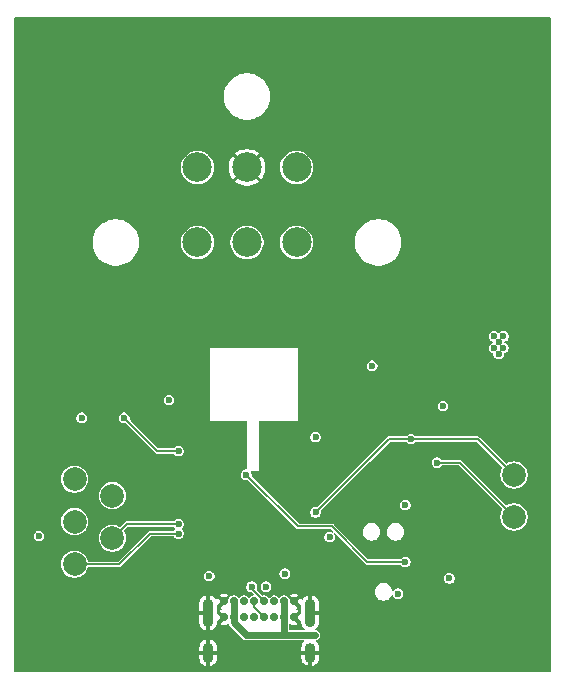
<source format=gbl>
G04 #@! TF.GenerationSoftware,KiCad,Pcbnew,9.0.3*
G04 #@! TF.CreationDate,2025-08-22T23:33:47-04:00*
G04 #@! TF.ProjectId,LINBoard-HW,4c494e42-6f61-4726-942d-48572e6b6963,rev?*
G04 #@! TF.SameCoordinates,Original*
G04 #@! TF.FileFunction,Copper,L4,Bot*
G04 #@! TF.FilePolarity,Positive*
%FSLAX46Y46*%
G04 Gerber Fmt 4.6, Leading zero omitted, Abs format (unit mm)*
G04 Created by KiCad (PCBNEW 9.0.3) date 2025-08-22 23:33:47*
%MOMM*%
%LPD*%
G01*
G04 APERTURE LIST*
G04 #@! TA.AperFunction,ComponentPad*
%ADD10C,2.000000*%
G04 #@! TD*
G04 #@! TA.AperFunction,ComponentPad*
%ADD11C,0.700000*%
G04 #@! TD*
G04 #@! TA.AperFunction,ComponentPad*
%ADD12O,0.900000X2.400000*%
G04 #@! TD*
G04 #@! TA.AperFunction,ComponentPad*
%ADD13O,0.900000X1.700000*%
G04 #@! TD*
G04 #@! TA.AperFunction,ComponentPad*
%ADD14C,2.500000*%
G04 #@! TD*
G04 #@! TA.AperFunction,ViaPad*
%ADD15C,0.600000*%
G04 #@! TD*
G04 #@! TA.AperFunction,Conductor*
%ADD16C,0.150000*%
G04 #@! TD*
G04 #@! TA.AperFunction,Conductor*
%ADD17C,0.600000*%
G04 #@! TD*
G04 APERTURE END LIST*
D10*
X22600000Y-32050000D03*
X-11400000Y-33800000D03*
X-14600000Y-36000000D03*
X22600000Y-35600000D03*
D11*
X-1950000Y-42740000D03*
X-1100000Y-42740000D03*
X-250000Y-42740000D03*
X600000Y-42740000D03*
X1450000Y-42740000D03*
X2300000Y-42740000D03*
X3150000Y-42740000D03*
X4000000Y-42740000D03*
X4000000Y-44090000D03*
X3150000Y-44090000D03*
X2300000Y-44090000D03*
X1450000Y-44090000D03*
X600000Y-44090000D03*
X-250000Y-44090000D03*
X-1100000Y-44090000D03*
X-1950000Y-44090000D03*
D12*
X-3300000Y-43720000D03*
D13*
X-3300000Y-47100000D03*
D12*
X5350000Y-43720000D03*
D13*
X5350000Y-47100000D03*
D10*
X-14600000Y-32400000D03*
X-14600000Y-39600000D03*
X-11400000Y-37400000D03*
D14*
X4200000Y-12350000D03*
X0Y-12350000D03*
X-4200000Y-12350000D03*
X-4200000Y-6000000D03*
X0Y-6000000D03*
X4200000Y-6000000D03*
D15*
X-7500000Y-45100000D03*
X2000000Y-21000000D03*
X23200000Y-20300000D03*
X23600000Y-20800000D03*
X4600000Y-21000000D03*
X5000000Y-18400000D03*
X25000000Y2000000D03*
X1000000Y-8000000D03*
X1000000Y-4000000D03*
X-800000Y-32000000D03*
X-3400000Y-23000000D03*
X-6600000Y-20400000D03*
X14600000Y-26200000D03*
X-400000Y-27800000D03*
X-500000Y-8000000D03*
X-1000000Y-21000000D03*
X17800000Y-4800000D03*
X-6700000Y-26900000D03*
X1400000Y-27800000D03*
X16800000Y-4800000D03*
X24000000Y-20300000D03*
X-3400000Y-21000000D03*
X-6200000Y-38400000D03*
X2200000Y-37600000D03*
X2600000Y-32600000D03*
X16200000Y-40800000D03*
X4600000Y-23000000D03*
X7400000Y-30000000D03*
X15600000Y-21600000D03*
X24000000Y-21300000D03*
X-2600000Y-37000000D03*
X4600000Y-27800000D03*
X4600000Y-25500000D03*
X-3400000Y-27800000D03*
X11000000Y-27000000D03*
X-3400000Y-25500000D03*
X23600000Y-21800000D03*
X-11500000Y-45100000D03*
X8000000Y-18400000D03*
X-2000000Y-45200000D03*
X14600000Y1800000D03*
X-2000000Y-46000000D03*
X23200000Y-21300000D03*
X25000000Y4400000D03*
X16500000Y-32340000D03*
X7800000Y-40200000D03*
X-2000000Y-46800000D03*
X-500000Y-4000000D03*
X-50058Y-32009515D03*
X13400000Y-39400000D03*
X20900000Y-21300000D03*
X21300000Y-21800000D03*
X3200000Y-40400000D03*
X-6600000Y-25700000D03*
X21700000Y-20300000D03*
X13400000Y-34600000D03*
X17125000Y-40800000D03*
X21700000Y-21300000D03*
X21300000Y-20800000D03*
X-17600000Y-37200000D03*
X20900000Y-20300000D03*
X10600000Y-22800000D03*
X5800000Y-28825000D03*
X16600000Y-26200000D03*
X-14000000Y-27200000D03*
X12775000Y-42098959D03*
X-3200000Y-40600000D03*
X5800000Y-35200000D03*
X13900000Y-29000000D03*
X400000Y-41506250D03*
X1600000Y-41506250D03*
X7000000Y-37284741D03*
X16100000Y-31000000D03*
X-5800000Y-36200000D03*
X-5800000Y-37000000D03*
X4550000Y-45600000D03*
X5750000Y-45600000D03*
X5150000Y-45600000D03*
X-5800000Y-30000000D03*
X-10400000Y-27200000D03*
D16*
X7200000Y-36400000D02*
X10200000Y-39400000D01*
X10200000Y-39400000D02*
X13400000Y-39400000D01*
X-50058Y-32009515D02*
X4340427Y-36400000D01*
X4340427Y-36400000D02*
X7200000Y-36400000D01*
X5800000Y-35200000D02*
X12000000Y-29000000D01*
X19550000Y-29000000D02*
X22600000Y-32050000D01*
X13900000Y-29000000D02*
X19550000Y-29000000D01*
X12000000Y-29000000D02*
X13900000Y-29000000D01*
X400000Y-41656250D02*
X1425000Y-42681250D01*
X575000Y-42681250D02*
X575000Y-43181250D01*
X575000Y-43181250D02*
X1425000Y-44031250D01*
X16100000Y-31000000D02*
X18000000Y-31000000D01*
X18000000Y-31000000D02*
X22600000Y-35600000D01*
X-5800000Y-36200000D02*
X-10200000Y-36200000D01*
X-10200000Y-36200000D02*
X-11400000Y-37400000D01*
X-5800000Y-37000000D02*
X-8200000Y-37000000D01*
X-8200000Y-37000000D02*
X-10800000Y-39600000D01*
X-10800000Y-39600000D02*
X-14600000Y-39600000D01*
D17*
X3125000Y-45525000D02*
X3200000Y-45600000D01*
X-1125000Y-44031250D02*
X-1125000Y-44526224D01*
X-1125000Y-44526224D02*
X-51224Y-45600000D01*
X3125000Y-42681250D02*
X3125000Y-44031250D01*
X3200000Y-45600000D02*
X5750000Y-45600000D01*
X-1125000Y-42681250D02*
X-1125000Y-44031250D01*
X-51224Y-45600000D02*
X3200000Y-45600000D01*
X3125000Y-44031250D02*
X3125000Y-45525000D01*
D16*
X-10400000Y-27200000D02*
X-7600000Y-30000000D01*
X-7600000Y-30000000D02*
X-5800000Y-30000000D01*
G04 #@! TA.AperFunction,Conductor*
G36*
X25685148Y6685148D02*
G01*
X25699500Y6650500D01*
X25699500Y-48650500D01*
X25685148Y-48685148D01*
X25650500Y-48699500D01*
X-19650500Y-48699500D01*
X-19685148Y-48685148D01*
X-19699500Y-48650500D01*
X-19699500Y-46626132D01*
X-4050000Y-46626132D01*
X-4050000Y-46950000D01*
X-3600000Y-46950000D01*
X-3600000Y-47250000D01*
X-4050000Y-47250000D01*
X-4050000Y-47573867D01*
X-4049999Y-47573874D01*
X-4021180Y-47718755D01*
X-4021176Y-47718770D01*
X-3964642Y-47855254D01*
X-3882563Y-47978096D01*
X-3778096Y-48082563D01*
X-3655254Y-48164642D01*
X-3518770Y-48221176D01*
X-3518764Y-48221178D01*
X-3450000Y-48234855D01*
X-3450000Y-47759808D01*
X-3415796Y-47779556D01*
X-3339496Y-47800000D01*
X-3260504Y-47800000D01*
X-3184204Y-47779556D01*
X-3150000Y-47759808D01*
X-3150000Y-48234855D01*
X-3081235Y-48221178D01*
X-3081229Y-48221176D01*
X-2944745Y-48164642D01*
X-2821903Y-48082563D01*
X-2717436Y-47978096D01*
X-2635357Y-47855254D01*
X-2578823Y-47718770D01*
X-2578819Y-47718755D01*
X-2550000Y-47573874D01*
X-2550000Y-47250000D01*
X-3000000Y-47250000D01*
X-3000000Y-46950000D01*
X-2550000Y-46950000D01*
X-2550000Y-46626125D01*
X-2578819Y-46481244D01*
X-2578823Y-46481229D01*
X-2635357Y-46344745D01*
X-2717436Y-46221903D01*
X-2821903Y-46117436D01*
X-2944745Y-46035357D01*
X-3081234Y-45978821D01*
X-3081239Y-45978820D01*
X-3149999Y-45965142D01*
X-3150000Y-45965142D01*
X-3150000Y-46440191D01*
X-3184204Y-46420444D01*
X-3260504Y-46400000D01*
X-3339496Y-46400000D01*
X-3415796Y-46420444D01*
X-3450000Y-46440191D01*
X-3450000Y-45965142D01*
X-3518760Y-45978820D01*
X-3518765Y-45978821D01*
X-3655254Y-46035357D01*
X-3778096Y-46117436D01*
X-3882563Y-46221903D01*
X-3964642Y-46344745D01*
X-4021176Y-46481229D01*
X-4021180Y-46481244D01*
X-4049999Y-46626125D01*
X-4050000Y-46626132D01*
X-19699500Y-46626132D01*
X-19699500Y-42896132D01*
X-4050000Y-42896132D01*
X-4050000Y-43570000D01*
X-3600000Y-43570000D01*
X-3600000Y-43870000D01*
X-4050000Y-43870000D01*
X-4050000Y-44543867D01*
X-4049999Y-44543874D01*
X-4021180Y-44688755D01*
X-4021176Y-44688770D01*
X-3964642Y-44825254D01*
X-3882563Y-44948096D01*
X-3778096Y-45052563D01*
X-3655254Y-45134642D01*
X-3518770Y-45191176D01*
X-3518764Y-45191178D01*
X-3450000Y-45204855D01*
X-3450000Y-44729808D01*
X-3415796Y-44749556D01*
X-3339496Y-44770000D01*
X-3260504Y-44770000D01*
X-3184204Y-44749556D01*
X-3150000Y-44729808D01*
X-3150000Y-45204855D01*
X-3081235Y-45191178D01*
X-3081229Y-45191176D01*
X-2944745Y-45134642D01*
X-2821903Y-45052563D01*
X-2717436Y-44948096D01*
X-2635357Y-44825254D01*
X-2578823Y-44688770D01*
X-2578819Y-44688755D01*
X-2550000Y-44543874D01*
X-2550000Y-44480951D01*
X-2535648Y-44446303D01*
X-2506263Y-44434131D01*
X-2162132Y-44090000D01*
X-2162132Y-44089999D01*
X-2507855Y-43744274D01*
X-2532086Y-43736924D01*
X-2549764Y-43703849D01*
X-2550000Y-43699047D01*
X-2550000Y-43293591D01*
X-2291459Y-43293591D01*
X-2257888Y-43316022D01*
X-2139601Y-43365019D01*
X-2139595Y-43365021D01*
X-2129943Y-43366941D01*
X-2098760Y-43387777D01*
X-2091443Y-43424559D01*
X-2112279Y-43455742D01*
X-2129943Y-43463059D01*
X-2139595Y-43464978D01*
X-2139601Y-43464980D01*
X-2257888Y-43513976D01*
X-2257890Y-43513978D01*
X-2291458Y-43536407D01*
X-2291459Y-43536409D01*
X-1937868Y-43890000D01*
X-1989782Y-43890000D01*
X-2063291Y-43920448D01*
X-2119552Y-43976709D01*
X-2150000Y-44050218D01*
X-2150000Y-44129782D01*
X-2119552Y-44203291D01*
X-2063291Y-44259552D01*
X-1989782Y-44290000D01*
X-1937868Y-44290000D01*
X-2291459Y-44643591D01*
X-2257888Y-44666022D01*
X-2139601Y-44715019D01*
X-2139595Y-44715021D01*
X-2014016Y-44740000D01*
X-1885984Y-44740000D01*
X-1760404Y-44715021D01*
X-1760398Y-44715019D01*
X-1642113Y-44666023D01*
X-1624177Y-44654039D01*
X-1587394Y-44646723D01*
X-1556212Y-44667558D01*
X-1549625Y-44682095D01*
X-1544799Y-44700111D01*
X-1485489Y-44802838D01*
X-327838Y-45960490D01*
X-225110Y-46019799D01*
X-180651Y-46031711D01*
X-110535Y-46050500D01*
X4820544Y-46050500D01*
X4855192Y-46064852D01*
X4869544Y-46099500D01*
X4855192Y-46134148D01*
X4767436Y-46221903D01*
X4685357Y-46344745D01*
X4628823Y-46481229D01*
X4628819Y-46481244D01*
X4600000Y-46626125D01*
X4600000Y-46950000D01*
X5050000Y-46950000D01*
X5050000Y-47250000D01*
X4600000Y-47250000D01*
X4600000Y-47573874D01*
X4628819Y-47718755D01*
X4628823Y-47718770D01*
X4685357Y-47855254D01*
X4767436Y-47978096D01*
X4871903Y-48082563D01*
X4994745Y-48164642D01*
X5131229Y-48221176D01*
X5131235Y-48221178D01*
X5200000Y-48234855D01*
X5200000Y-47759808D01*
X5234204Y-47779556D01*
X5310504Y-47800000D01*
X5389496Y-47800000D01*
X5465796Y-47779556D01*
X5500000Y-47759808D01*
X5500000Y-48234855D01*
X5568764Y-48221178D01*
X5568770Y-48221176D01*
X5705254Y-48164642D01*
X5828096Y-48082563D01*
X5932563Y-47978096D01*
X6014642Y-47855254D01*
X6071176Y-47718770D01*
X6071180Y-47718755D01*
X6099999Y-47573874D01*
X6100000Y-47573867D01*
X6100000Y-47250000D01*
X5650000Y-47250000D01*
X5650000Y-46950000D01*
X6100000Y-46950000D01*
X6100000Y-46626132D01*
X6099999Y-46626125D01*
X6071180Y-46481244D01*
X6071176Y-46481229D01*
X6014642Y-46344745D01*
X5932563Y-46221903D01*
X5831347Y-46120687D01*
X5816995Y-46086039D01*
X5831347Y-46051391D01*
X5853313Y-46038709D01*
X5865823Y-46035357D01*
X5923886Y-46019799D01*
X6026613Y-45960489D01*
X6110489Y-45876613D01*
X6169799Y-45773886D01*
X6185149Y-45716597D01*
X6200500Y-45659311D01*
X6200500Y-45540688D01*
X6169799Y-45426115D01*
X6169798Y-45426112D01*
X6110488Y-45323386D01*
X6026613Y-45239511D01*
X5923887Y-45180201D01*
X5923884Y-45180200D01*
X5823628Y-45153336D01*
X5793875Y-45130506D01*
X5788980Y-45093324D01*
X5809089Y-45065263D01*
X5828095Y-45052564D01*
X5932563Y-44948096D01*
X6014642Y-44825254D01*
X6071176Y-44688770D01*
X6071180Y-44688755D01*
X6099999Y-44543874D01*
X6100000Y-44543867D01*
X6100000Y-43870000D01*
X5650000Y-43870000D01*
X5650000Y-43570000D01*
X6100000Y-43570000D01*
X6100000Y-42896132D01*
X6099999Y-42896125D01*
X6071180Y-42751244D01*
X6071176Y-42751229D01*
X6014642Y-42614745D01*
X5932563Y-42491903D01*
X5828096Y-42387436D01*
X5705254Y-42305357D01*
X5568765Y-42248821D01*
X5568760Y-42248820D01*
X5500000Y-42235142D01*
X5500000Y-42710191D01*
X5465796Y-42690444D01*
X5389496Y-42670000D01*
X5310504Y-42670000D01*
X5234204Y-42690444D01*
X5200000Y-42710191D01*
X5200000Y-42235142D01*
X5199999Y-42235142D01*
X5131239Y-42248820D01*
X5131234Y-42248821D01*
X4994745Y-42305357D01*
X4871903Y-42387436D01*
X4767436Y-42491903D01*
X4714446Y-42571209D01*
X4683263Y-42592045D01*
X4646481Y-42584728D01*
X4625645Y-42553545D01*
X4625644Y-42553539D01*
X4625020Y-42550402D01*
X4625019Y-42550398D01*
X4576022Y-42432111D01*
X4553590Y-42398539D01*
X4212132Y-42739999D01*
X4212132Y-42740000D01*
X4557855Y-43085723D01*
X4582086Y-43093074D01*
X4599764Y-43126149D01*
X4600000Y-43130951D01*
X4600000Y-43699047D01*
X4585648Y-43733695D01*
X4556263Y-43745866D01*
X4212132Y-44089999D01*
X4212132Y-44090000D01*
X4557855Y-44435723D01*
X4582086Y-44443074D01*
X4599764Y-44476149D01*
X4600000Y-44480951D01*
X4600000Y-44543874D01*
X4628819Y-44688755D01*
X4628823Y-44688770D01*
X4685357Y-44825254D01*
X4767436Y-44948096D01*
X4871903Y-45052563D01*
X4882671Y-45059758D01*
X4903506Y-45090941D01*
X4896190Y-45127723D01*
X4865007Y-45148558D01*
X4855448Y-45149500D01*
X3624500Y-45149500D01*
X3589852Y-45135148D01*
X3575500Y-45100500D01*
X3575500Y-44679778D01*
X3589852Y-44645130D01*
X3624500Y-44630778D01*
X3651723Y-44639036D01*
X3692113Y-44666023D01*
X3810398Y-44715019D01*
X3810404Y-44715021D01*
X3935984Y-44740000D01*
X4064016Y-44740000D01*
X4189595Y-44715021D01*
X4189601Y-44715019D01*
X4307888Y-44666022D01*
X4341459Y-44643591D01*
X3987868Y-44290000D01*
X4039782Y-44290000D01*
X4113291Y-44259552D01*
X4169552Y-44203291D01*
X4200000Y-44129782D01*
X4200000Y-44050218D01*
X4169552Y-43976709D01*
X4113291Y-43920448D01*
X4039782Y-43890000D01*
X3987868Y-43890000D01*
X4341459Y-43536409D01*
X4341458Y-43536407D01*
X4307890Y-43513978D01*
X4307888Y-43513976D01*
X4189601Y-43464980D01*
X4189595Y-43464978D01*
X4179943Y-43463059D01*
X4148760Y-43442223D01*
X4141443Y-43405441D01*
X4162279Y-43374258D01*
X4179943Y-43366941D01*
X4189595Y-43365021D01*
X4189601Y-43365019D01*
X4307888Y-43316022D01*
X4341459Y-43293591D01*
X3987868Y-42940000D01*
X4039782Y-42940000D01*
X4113291Y-42909552D01*
X4169552Y-42853291D01*
X4200000Y-42779782D01*
X4200000Y-42700218D01*
X4169552Y-42626709D01*
X4113291Y-42570448D01*
X4039782Y-42540000D01*
X3960218Y-42540000D01*
X3886709Y-42570448D01*
X3830448Y-42626709D01*
X3800000Y-42700218D01*
X3800000Y-42752132D01*
X3633622Y-42585754D01*
X3620940Y-42563789D01*
X3616392Y-42546814D01*
X3605453Y-42527868D01*
X3565951Y-42459448D01*
X3550500Y-42432686D01*
X3457314Y-42339500D01*
X3424859Y-42320762D01*
X3343188Y-42273608D01*
X3343184Y-42273607D01*
X3303950Y-42263094D01*
X3303638Y-42263009D01*
X3299716Y-42261930D01*
X3298886Y-42261451D01*
X3263642Y-42252007D01*
X3263459Y-42251957D01*
X3184312Y-42230750D01*
X3184309Y-42230750D01*
X3065691Y-42230750D01*
X3065688Y-42230750D01*
X2951115Y-42261450D01*
X2951112Y-42261451D01*
X2848386Y-42320761D01*
X2848386Y-42320762D01*
X2764514Y-42404633D01*
X2764509Y-42404640D01*
X2762742Y-42407701D01*
X2732987Y-42430529D01*
X2695805Y-42425632D01*
X2685660Y-42417846D01*
X2607314Y-42339500D01*
X2493188Y-42273608D01*
X2493184Y-42273607D01*
X2365895Y-42239500D01*
X2365892Y-42239500D01*
X2234108Y-42239500D01*
X2234105Y-42239500D01*
X2106815Y-42273607D01*
X2106811Y-42273608D01*
X1992685Y-42339500D01*
X1992685Y-42339501D01*
X1909648Y-42422538D01*
X1875000Y-42436890D01*
X1840352Y-42422538D01*
X1757314Y-42339500D01*
X1643188Y-42273608D01*
X1643184Y-42273607D01*
X1515895Y-42239500D01*
X1515892Y-42239500D01*
X1384108Y-42239500D01*
X1384107Y-42239500D01*
X1346796Y-42249496D01*
X1309614Y-42244599D01*
X1299468Y-42236813D01*
X1249063Y-42186408D01*
X3658540Y-42186408D01*
X4000000Y-42527868D01*
X4000001Y-42527868D01*
X4341459Y-42186409D01*
X4341458Y-42186407D01*
X4307890Y-42163978D01*
X4307888Y-42163976D01*
X4189601Y-42114980D01*
X4189595Y-42114978D01*
X4064016Y-42090000D01*
X3935984Y-42090000D01*
X3810404Y-42114978D01*
X3810398Y-42114980D01*
X3692107Y-42163979D01*
X3658540Y-42186408D01*
X1249063Y-42186408D01*
X818198Y-41755543D01*
X803846Y-41720895D01*
X810413Y-41696392D01*
X819798Y-41680139D01*
X819799Y-41680135D01*
X819800Y-41680134D01*
X850499Y-41565562D01*
X850500Y-41565562D01*
X850500Y-41446938D01*
X1149500Y-41446938D01*
X1149500Y-41565561D01*
X1180200Y-41680134D01*
X1180201Y-41680137D01*
X1239511Y-41782863D01*
X1323387Y-41866739D01*
X1398585Y-41910155D01*
X1424423Y-41925073D01*
X1426114Y-41926049D01*
X1454758Y-41933724D01*
X1540688Y-41956750D01*
X1540691Y-41956750D01*
X1659311Y-41956750D01*
X1716597Y-41941399D01*
X1773886Y-41926049D01*
X1876613Y-41866739D01*
X1876807Y-41866545D01*
X10819200Y-41866545D01*
X10819200Y-42013455D01*
X10839394Y-42114978D01*
X10847860Y-42157542D01*
X10847860Y-42157543D01*
X10895936Y-42273608D01*
X10904080Y-42293269D01*
X10934971Y-42339500D01*
X10985696Y-42415417D01*
X11089582Y-42519303D01*
X11102401Y-42527868D01*
X11211731Y-42600920D01*
X11347458Y-42657140D01*
X11491545Y-42685800D01*
X11491548Y-42685800D01*
X11638452Y-42685800D01*
X11638455Y-42685800D01*
X11782542Y-42657140D01*
X11918269Y-42600920D01*
X12040420Y-42519301D01*
X12144301Y-42415420D01*
X12225920Y-42293269D01*
X12252503Y-42229090D01*
X12279021Y-42202572D01*
X12316524Y-42202572D01*
X12343043Y-42229090D01*
X12345103Y-42235160D01*
X12355200Y-42272843D01*
X12355201Y-42272846D01*
X12393685Y-42339501D01*
X12414511Y-42375572D01*
X12498387Y-42459448D01*
X12554600Y-42491903D01*
X12586495Y-42510318D01*
X12601114Y-42518758D01*
X12629758Y-42526433D01*
X12715688Y-42549459D01*
X12715691Y-42549459D01*
X12834311Y-42549459D01*
X12891597Y-42534108D01*
X12948886Y-42518758D01*
X13051613Y-42459448D01*
X13135489Y-42375572D01*
X13194799Y-42272845D01*
X13213629Y-42202572D01*
X13225500Y-42158270D01*
X13225500Y-42039647D01*
X13202474Y-41953717D01*
X13194799Y-41925073D01*
X13135489Y-41822346D01*
X13051613Y-41738470D01*
X12948887Y-41679160D01*
X12948884Y-41679159D01*
X12834312Y-41648459D01*
X12834309Y-41648459D01*
X12715691Y-41648459D01*
X12715688Y-41648459D01*
X12601115Y-41679159D01*
X12601112Y-41679160D01*
X12498386Y-41738470D01*
X12498386Y-41738471D01*
X12414513Y-41822343D01*
X12414511Y-41822345D01*
X12414511Y-41822346D01*
X12404558Y-41839586D01*
X12395931Y-41854528D01*
X12366177Y-41877358D01*
X12328995Y-41872462D01*
X12306165Y-41842708D01*
X12305441Y-41839604D01*
X12282140Y-41722458D01*
X12225920Y-41586731D01*
X12176772Y-41513176D01*
X12144303Y-41464582D01*
X12040417Y-41360696D01*
X11967525Y-41311991D01*
X11918269Y-41279080D01*
X11918266Y-41279078D01*
X11918265Y-41279078D01*
X11782542Y-41222860D01*
X11767148Y-41219798D01*
X11638455Y-41194200D01*
X11491545Y-41194200D01*
X11383479Y-41215695D01*
X11347457Y-41222860D01*
X11347456Y-41222860D01*
X11211734Y-41279078D01*
X11089582Y-41360696D01*
X10985696Y-41464582D01*
X10904078Y-41586734D01*
X10847860Y-41722456D01*
X10847860Y-41722457D01*
X10847860Y-41722458D01*
X10819200Y-41866545D01*
X1876807Y-41866545D01*
X1960489Y-41782863D01*
X2019799Y-41680136D01*
X2044827Y-41586731D01*
X2050500Y-41565561D01*
X2050500Y-41446938D01*
X2019799Y-41332365D01*
X2019798Y-41332362D01*
X1960488Y-41229636D01*
X1876613Y-41145761D01*
X1773887Y-41086451D01*
X1773884Y-41086450D01*
X1659312Y-41055750D01*
X1659309Y-41055750D01*
X1540691Y-41055750D01*
X1540688Y-41055750D01*
X1426115Y-41086450D01*
X1426112Y-41086451D01*
X1323386Y-41145761D01*
X1323386Y-41145762D01*
X1239512Y-41229636D01*
X1239511Y-41229636D01*
X1180201Y-41332362D01*
X1180200Y-41332365D01*
X1149500Y-41446938D01*
X850500Y-41446938D01*
X819799Y-41332365D01*
X819798Y-41332362D01*
X760488Y-41229636D01*
X676613Y-41145761D01*
X573887Y-41086451D01*
X573884Y-41086450D01*
X459312Y-41055750D01*
X459309Y-41055750D01*
X340691Y-41055750D01*
X340688Y-41055750D01*
X226115Y-41086450D01*
X226112Y-41086451D01*
X123386Y-41145761D01*
X123386Y-41145762D01*
X39512Y-41229636D01*
X39511Y-41229636D01*
X-19798Y-41332362D01*
X-19799Y-41332365D01*
X-50500Y-41446938D01*
X-50500Y-41565561D01*
X-44827Y-41586731D01*
X-19799Y-41680136D01*
X39511Y-41782863D01*
X123387Y-41866739D01*
X198585Y-41910155D01*
X224423Y-41925073D01*
X226114Y-41926049D01*
X254758Y-41933724D01*
X340688Y-41956750D01*
X340691Y-41956750D01*
X361299Y-41956750D01*
X395947Y-41971102D01*
X580697Y-42155852D01*
X595049Y-42190500D01*
X580697Y-42225148D01*
X546049Y-42239500D01*
X534105Y-42239500D01*
X406815Y-42273607D01*
X406811Y-42273608D01*
X292685Y-42339500D01*
X292685Y-42339501D01*
X209648Y-42422538D01*
X175000Y-42436890D01*
X140352Y-42422538D01*
X57314Y-42339500D01*
X-56811Y-42273608D01*
X-56815Y-42273607D01*
X-184105Y-42239500D01*
X-184108Y-42239500D01*
X-315892Y-42239500D01*
X-315895Y-42239500D01*
X-443184Y-42273607D01*
X-443188Y-42273608D01*
X-557314Y-42339500D01*
X-640352Y-42422538D01*
X-675000Y-42436890D01*
X-709648Y-42422538D01*
X-792685Y-42339501D01*
X-792685Y-42339500D01*
X-906811Y-42273608D01*
X-906815Y-42273607D01*
X-946056Y-42263092D01*
X-950074Y-42261729D01*
X-1065688Y-42230750D01*
X-1065691Y-42230750D01*
X-1184309Y-42230750D01*
X-1184312Y-42230750D01*
X-1298884Y-42261450D01*
X-1298887Y-42261451D01*
X-1353989Y-42293265D01*
X-1401613Y-42320761D01*
X-1485489Y-42404637D01*
X-1544799Y-42507364D01*
X-1544799Y-42507366D01*
X-1544800Y-42507367D01*
X-1546031Y-42510338D01*
X-1546078Y-42510318D01*
X-1546891Y-42512583D01*
X-1547872Y-42514738D01*
X-1566392Y-42546814D01*
X-1571991Y-42567713D01*
X-1573675Y-42571410D01*
X-1577285Y-42574779D01*
X-1583622Y-42585754D01*
X-1750000Y-42752132D01*
X-1750000Y-42700218D01*
X-1780448Y-42626709D01*
X-1836709Y-42570448D01*
X-1910218Y-42540000D01*
X-1989782Y-42540000D01*
X-2063291Y-42570448D01*
X-2119552Y-42626709D01*
X-2150000Y-42700218D01*
X-2150000Y-42779782D01*
X-2119552Y-42853291D01*
X-2063291Y-42909552D01*
X-1989782Y-42940000D01*
X-1937868Y-42940000D01*
X-2291459Y-43293591D01*
X-2550000Y-43293591D01*
X-2550000Y-43130951D01*
X-2535648Y-43096303D01*
X-2506263Y-43084131D01*
X-2162132Y-42740000D01*
X-2162132Y-42739999D01*
X-2503590Y-42398539D01*
X-2526022Y-42432111D01*
X-2575019Y-42550398D01*
X-2575020Y-42550402D01*
X-2575644Y-42553539D01*
X-2596475Y-42584724D01*
X-2633257Y-42592046D01*
X-2664442Y-42571215D01*
X-2664446Y-42571209D01*
X-2717436Y-42491903D01*
X-2821903Y-42387436D01*
X-2944745Y-42305357D01*
X-3078537Y-42249939D01*
X-3081234Y-42248821D01*
X-3081239Y-42248820D01*
X-3149999Y-42235142D01*
X-3150000Y-42235142D01*
X-3150000Y-42710191D01*
X-3184204Y-42690444D01*
X-3260504Y-42670000D01*
X-3339496Y-42670000D01*
X-3415796Y-42690444D01*
X-3450000Y-42710191D01*
X-3450000Y-42235142D01*
X-3518760Y-42248820D01*
X-3518765Y-42248821D01*
X-3655254Y-42305357D01*
X-3778096Y-42387436D01*
X-3882563Y-42491903D01*
X-3964642Y-42614745D01*
X-4021176Y-42751229D01*
X-4021180Y-42751244D01*
X-4049999Y-42896125D01*
X-4050000Y-42896132D01*
X-19699500Y-42896132D01*
X-19699500Y-42186409D01*
X-2291459Y-42186409D01*
X-1950001Y-42527868D01*
X-1950000Y-42527868D01*
X-1608540Y-42186408D01*
X-1642107Y-42163979D01*
X-1760398Y-42114980D01*
X-1760404Y-42114978D01*
X-1885984Y-42090000D01*
X-2014016Y-42090000D01*
X-2139595Y-42114978D01*
X-2139601Y-42114980D01*
X-2257888Y-42163976D01*
X-2257890Y-42163978D01*
X-2291458Y-42186407D01*
X-2291459Y-42186409D01*
X-19699500Y-42186409D01*
X-19699500Y-39509454D01*
X-15750500Y-39509454D01*
X-15750500Y-39690546D01*
X-15722171Y-39869409D01*
X-15666211Y-40041639D01*
X-15583996Y-40202994D01*
X-15496526Y-40323387D01*
X-15477554Y-40349500D01*
X-15477548Y-40349507D01*
X-15349507Y-40477548D01*
X-15349504Y-40477549D01*
X-15349501Y-40477553D01*
X-15202994Y-40583996D01*
X-15041639Y-40666211D01*
X-14869409Y-40722171D01*
X-14690546Y-40750500D01*
X-14690545Y-40750500D01*
X-14509455Y-40750500D01*
X-14509454Y-40750500D01*
X-14330591Y-40722171D01*
X-14158361Y-40666211D01*
X-13997006Y-40583996D01*
X-13937397Y-40540688D01*
X-3650500Y-40540688D01*
X-3650500Y-40659311D01*
X-3645863Y-40676614D01*
X-3619799Y-40773886D01*
X-3560489Y-40876613D01*
X-3476613Y-40960489D01*
X-3373886Y-41019799D01*
X-3316597Y-41035149D01*
X-3259311Y-41050500D01*
X-3259309Y-41050500D01*
X-3140688Y-41050500D01*
X-3054758Y-41027474D01*
X-3026114Y-41019799D01*
X-2923387Y-40960489D01*
X-2839511Y-40876613D01*
X-2780201Y-40773887D01*
X-2780200Y-40773884D01*
X-2749500Y-40659311D01*
X-2749500Y-40540688D01*
X-2749499Y-40540688D01*
X-2780200Y-40426115D01*
X-2780201Y-40426112D01*
X-2817230Y-40361979D01*
X-2829522Y-40340688D01*
X2749500Y-40340688D01*
X2749500Y-40459311D01*
X2780200Y-40573884D01*
X2780201Y-40573887D01*
X2833505Y-40666211D01*
X2839511Y-40676613D01*
X2923387Y-40760489D01*
X3026114Y-40819799D01*
X3054758Y-40827474D01*
X3140688Y-40850500D01*
X3140691Y-40850500D01*
X3259311Y-40850500D01*
X3316597Y-40835149D01*
X3373886Y-40819799D01*
X3476613Y-40760489D01*
X3496414Y-40740688D01*
X16674500Y-40740688D01*
X16674500Y-40859311D01*
X16705200Y-40973884D01*
X16705201Y-40973887D01*
X16752466Y-41055750D01*
X16764511Y-41076613D01*
X16848387Y-41160489D01*
X16951114Y-41219799D01*
X16962538Y-41222860D01*
X17065688Y-41250500D01*
X17065691Y-41250500D01*
X17184311Y-41250500D01*
X17262170Y-41229637D01*
X17298886Y-41219799D01*
X17401613Y-41160489D01*
X17485489Y-41076613D01*
X17544799Y-40973886D01*
X17570863Y-40876614D01*
X17575500Y-40859311D01*
X17575500Y-40740688D01*
X17544799Y-40626115D01*
X17544798Y-40626112D01*
X17514644Y-40573884D01*
X17485489Y-40523387D01*
X17401613Y-40439511D01*
X17378409Y-40426114D01*
X17298887Y-40380201D01*
X17298884Y-40380200D01*
X17184312Y-40349500D01*
X17184309Y-40349500D01*
X17065691Y-40349500D01*
X17065688Y-40349500D01*
X16951115Y-40380200D01*
X16951112Y-40380201D01*
X16848386Y-40439511D01*
X16848386Y-40439512D01*
X16764512Y-40523386D01*
X16764511Y-40523386D01*
X16705201Y-40626112D01*
X16705200Y-40626115D01*
X16674500Y-40740688D01*
X3496414Y-40740688D01*
X3560489Y-40676613D01*
X3619799Y-40573886D01*
X3635149Y-40516597D01*
X3650500Y-40459311D01*
X3650500Y-40340688D01*
X3619799Y-40226115D01*
X3619798Y-40226112D01*
X3560488Y-40123386D01*
X3476613Y-40039511D01*
X3373887Y-39980201D01*
X3373884Y-39980200D01*
X3259312Y-39949500D01*
X3259309Y-39949500D01*
X3140691Y-39949500D01*
X3140688Y-39949500D01*
X3026115Y-39980200D01*
X3026112Y-39980201D01*
X2923386Y-40039511D01*
X2923386Y-40039512D01*
X2839512Y-40123386D01*
X2839511Y-40123386D01*
X2780201Y-40226112D01*
X2780200Y-40226115D01*
X2749500Y-40340688D01*
X-2829522Y-40340688D01*
X-2839511Y-40323386D01*
X-2923386Y-40239512D01*
X-2923386Y-40239511D01*
X-3026112Y-40180201D01*
X-3026115Y-40180200D01*
X-3140688Y-40149500D01*
X-3140691Y-40149500D01*
X-3259309Y-40149500D01*
X-3259312Y-40149500D01*
X-3373884Y-40180200D01*
X-3373887Y-40180201D01*
X-3453409Y-40226114D01*
X-3476613Y-40239511D01*
X-3560489Y-40323387D01*
X-3582770Y-40361979D01*
X-3619798Y-40426112D01*
X-3619799Y-40426115D01*
X-3650500Y-40540688D01*
X-13937397Y-40540688D01*
X-13850499Y-40477553D01*
X-13850497Y-40477551D01*
X-13850493Y-40477548D01*
X-13722452Y-40349507D01*
X-13722446Y-40349500D01*
X-13642535Y-40239511D01*
X-13616004Y-40202994D01*
X-13533789Y-40041639D01*
X-13533098Y-40039512D01*
X-13477827Y-39869405D01*
X-13477420Y-39866832D01*
X-13457823Y-39834857D01*
X-13429024Y-39825500D01*
X-10850564Y-39825500D01*
X-10850556Y-39825501D01*
X-10844855Y-39825501D01*
X-10755147Y-39825501D01*
X-10755145Y-39825501D01*
X-10696539Y-39801225D01*
X-10672264Y-39791170D01*
X-10672263Y-39791169D01*
X-10672261Y-39791168D01*
X-10606037Y-39724943D01*
X-10606034Y-39724939D01*
X-8120947Y-37239852D01*
X-8086299Y-37225500D01*
X-6218289Y-37225500D01*
X-6183641Y-37239852D01*
X-6175853Y-37250000D01*
X-6160489Y-37276613D01*
X-6076613Y-37360489D01*
X-5973886Y-37419799D01*
X-5916597Y-37435149D01*
X-5859311Y-37450500D01*
X-5859309Y-37450500D01*
X-5740688Y-37450500D01*
X-5654758Y-37427474D01*
X-5626114Y-37419799D01*
X-5523387Y-37360489D01*
X-5439511Y-37276613D01*
X-5380201Y-37173887D01*
X-5380200Y-37173884D01*
X-5349500Y-37059311D01*
X-5349500Y-36940688D01*
X-5349499Y-36940688D01*
X-5380200Y-36826115D01*
X-5380201Y-36826112D01*
X-5439511Y-36723386D01*
X-5523387Y-36639510D01*
X-5524222Y-36638870D01*
X-5524486Y-36638411D01*
X-5525658Y-36637240D01*
X-5525344Y-36636926D01*
X-5542969Y-36606389D01*
X-5533257Y-36570165D01*
X-5524222Y-36561130D01*
X-5523387Y-36560489D01*
X-5439511Y-36476613D01*
X-5380201Y-36373887D01*
X-5380200Y-36373884D01*
X-5349500Y-36259311D01*
X-5349500Y-36140688D01*
X-5349499Y-36140688D01*
X-5380200Y-36026115D01*
X-5380201Y-36026112D01*
X-5439511Y-35923386D01*
X-5523386Y-35839512D01*
X-5523386Y-35839511D01*
X-5626112Y-35780201D01*
X-5626115Y-35780200D01*
X-5740688Y-35749500D01*
X-5740691Y-35749500D01*
X-5859309Y-35749500D01*
X-5859312Y-35749500D01*
X-5973884Y-35780200D01*
X-5973887Y-35780201D01*
X-6076613Y-35839511D01*
X-6160488Y-35923386D01*
X-6175854Y-35950000D01*
X-6205607Y-35972830D01*
X-6218289Y-35974500D01*
X-10244855Y-35974500D01*
X-10244856Y-35974500D01*
X-10244858Y-35974501D01*
X-10327736Y-36008830D01*
X-10327738Y-36008831D01*
X-10398062Y-36079156D01*
X-10398062Y-36079157D01*
X-10731447Y-36412542D01*
X-10766095Y-36426894D01*
X-10794890Y-36417541D01*
X-10797005Y-36416004D01*
X-10797007Y-36416003D01*
X-10958362Y-36333788D01*
X-11130590Y-36277829D01*
X-11130593Y-36277828D01*
X-11275794Y-36254831D01*
X-11309454Y-36249500D01*
X-11490546Y-36249500D01*
X-11532007Y-36256066D01*
X-11669406Y-36277828D01*
X-11669409Y-36277829D01*
X-11841637Y-36333788D01*
X-11841638Y-36333788D01*
X-11841639Y-36333789D01*
X-12002994Y-36416004D01*
X-12149501Y-36522447D01*
X-12149502Y-36522448D01*
X-12149507Y-36522452D01*
X-12277548Y-36650493D01*
X-12277551Y-36650497D01*
X-12277553Y-36650499D01*
X-12383996Y-36797006D01*
X-12466211Y-36958361D01*
X-12522171Y-37130591D01*
X-12550500Y-37309454D01*
X-12550500Y-37490546D01*
X-12522171Y-37669409D01*
X-12466211Y-37841639D01*
X-12383996Y-38002994D01*
X-12277553Y-38149501D01*
X-12277549Y-38149504D01*
X-12277548Y-38149507D01*
X-12149507Y-38277548D01*
X-12149504Y-38277549D01*
X-12149501Y-38277553D01*
X-12002994Y-38383996D01*
X-11841639Y-38466211D01*
X-11669409Y-38522171D01*
X-11490546Y-38550500D01*
X-11490545Y-38550500D01*
X-11309455Y-38550500D01*
X-11309454Y-38550500D01*
X-11130591Y-38522171D01*
X-10958361Y-38466211D01*
X-10797006Y-38383996D01*
X-10650499Y-38277553D01*
X-10650497Y-38277551D01*
X-10650493Y-38277548D01*
X-10522452Y-38149507D01*
X-10522448Y-38149502D01*
X-10522447Y-38149501D01*
X-10416004Y-38002994D01*
X-10333789Y-37841639D01*
X-10289243Y-37704540D01*
X-10277829Y-37669409D01*
X-10277828Y-37669406D01*
X-10249500Y-37490545D01*
X-10249500Y-37309454D01*
X-10277828Y-37130593D01*
X-10277829Y-37130590D01*
X-10333788Y-36958362D01*
X-10416003Y-36797007D01*
X-10416004Y-36797005D01*
X-10417541Y-36794890D01*
X-10426289Y-36758421D01*
X-10412542Y-36731447D01*
X-10120947Y-36439852D01*
X-10086299Y-36425500D01*
X-6218289Y-36425500D01*
X-6183641Y-36439852D01*
X-6175853Y-36450000D01*
X-6160489Y-36476613D01*
X-6076613Y-36560489D01*
X-6076600Y-36560496D01*
X-6075787Y-36561121D01*
X-6075521Y-36561580D01*
X-6074342Y-36562760D01*
X-6074657Y-36563075D01*
X-6057031Y-36593597D01*
X-6066732Y-36629824D01*
X-6075787Y-36638879D01*
X-6076605Y-36639506D01*
X-6076613Y-36639511D01*
X-6076619Y-36639517D01*
X-6160488Y-36723386D01*
X-6175854Y-36750000D01*
X-6205607Y-36772830D01*
X-6218289Y-36774500D01*
X-8244855Y-36774500D01*
X-8244856Y-36774500D01*
X-8244858Y-36774501D01*
X-8327736Y-36808830D01*
X-8327738Y-36808831D01*
X-8398062Y-36879156D01*
X-8398062Y-36879157D01*
X-10879053Y-39360148D01*
X-10913701Y-39374500D01*
X-13429024Y-39374500D01*
X-13463672Y-39360148D01*
X-13477420Y-39333168D01*
X-13477827Y-39330594D01*
X-13533788Y-39158362D01*
X-13616004Y-38997006D01*
X-13722448Y-38850497D01*
X-13850497Y-38722448D01*
X-13997006Y-38616004D01*
X-14158362Y-38533788D01*
X-14330590Y-38477829D01*
X-14330593Y-38477828D01*
X-14475794Y-38454831D01*
X-14509454Y-38449500D01*
X-14690546Y-38449500D01*
X-14732007Y-38456066D01*
X-14869406Y-38477828D01*
X-14869409Y-38477829D01*
X-15041637Y-38533788D01*
X-15041638Y-38533788D01*
X-15041639Y-38533789D01*
X-15202994Y-38616004D01*
X-15349501Y-38722447D01*
X-15349502Y-38722448D01*
X-15349507Y-38722452D01*
X-15477548Y-38850493D01*
X-15477551Y-38850497D01*
X-15477553Y-38850499D01*
X-15583996Y-38997006D01*
X-15666211Y-39158361D01*
X-15722171Y-39330591D01*
X-15750500Y-39509454D01*
X-19699500Y-39509454D01*
X-19699500Y-37140688D01*
X-18050500Y-37140688D01*
X-18050500Y-37259311D01*
X-18045863Y-37276614D01*
X-18019799Y-37373886D01*
X-17960489Y-37476613D01*
X-17876613Y-37560489D01*
X-17773886Y-37619799D01*
X-17716597Y-37635149D01*
X-17659311Y-37650500D01*
X-17659309Y-37650500D01*
X-17540688Y-37650500D01*
X-17454758Y-37627474D01*
X-17426114Y-37619799D01*
X-17323387Y-37560489D01*
X-17239511Y-37476613D01*
X-17229127Y-37458627D01*
X-17180201Y-37373887D01*
X-17180200Y-37373884D01*
X-17149500Y-37259311D01*
X-17149500Y-37140688D01*
X-17149499Y-37140688D01*
X-17180200Y-37026115D01*
X-17180201Y-37026112D01*
X-17239511Y-36923386D01*
X-17323386Y-36839512D01*
X-17323386Y-36839511D01*
X-17426112Y-36780201D01*
X-17426115Y-36780200D01*
X-17540688Y-36749500D01*
X-17540691Y-36749500D01*
X-17659309Y-36749500D01*
X-17659312Y-36749500D01*
X-17773884Y-36780200D01*
X-17773887Y-36780201D01*
X-17853409Y-36826114D01*
X-17876613Y-36839511D01*
X-17960489Y-36923387D01*
X-17978183Y-36954034D01*
X-18019798Y-37026112D01*
X-18019799Y-37026115D01*
X-18050500Y-37140688D01*
X-19699500Y-37140688D01*
X-19699500Y-35909454D01*
X-15750500Y-35909454D01*
X-15750500Y-36090546D01*
X-15722171Y-36269409D01*
X-15666211Y-36441639D01*
X-15583996Y-36602994D01*
X-15496526Y-36723387D01*
X-15477554Y-36749500D01*
X-15477548Y-36749507D01*
X-15349507Y-36877548D01*
X-15349504Y-36877549D01*
X-15349501Y-36877553D01*
X-15202994Y-36983996D01*
X-15041639Y-37066211D01*
X-14869409Y-37122171D01*
X-14690546Y-37150500D01*
X-14690545Y-37150500D01*
X-14509455Y-37150500D01*
X-14509454Y-37150500D01*
X-14330591Y-37122171D01*
X-14158361Y-37066211D01*
X-13997006Y-36983996D01*
X-13850499Y-36877553D01*
X-13850497Y-36877551D01*
X-13850493Y-36877548D01*
X-13722452Y-36749507D01*
X-13722446Y-36749500D01*
X-13661934Y-36666211D01*
X-13616004Y-36602994D01*
X-13533789Y-36441639D01*
X-13515249Y-36384580D01*
X-13477829Y-36269409D01*
X-13477828Y-36269406D01*
X-13449500Y-36090545D01*
X-13449500Y-35909454D01*
X-13477828Y-35730593D01*
X-13477829Y-35730590D01*
X-13533788Y-35558362D01*
X-13616004Y-35397006D01*
X-13722448Y-35250497D01*
X-13850497Y-35122448D01*
X-13997006Y-35016004D01*
X-14158362Y-34933788D01*
X-14330590Y-34877829D01*
X-14330593Y-34877828D01*
X-14503147Y-34850499D01*
X-14509454Y-34849500D01*
X-14690546Y-34849500D01*
X-14696853Y-34850499D01*
X-14869406Y-34877828D01*
X-14869409Y-34877829D01*
X-15041637Y-34933788D01*
X-15041638Y-34933788D01*
X-15041639Y-34933789D01*
X-15202994Y-35016004D01*
X-15349501Y-35122447D01*
X-15349502Y-35122448D01*
X-15349507Y-35122452D01*
X-15477548Y-35250493D01*
X-15477551Y-35250497D01*
X-15477553Y-35250499D01*
X-15583996Y-35397006D01*
X-15666211Y-35558361D01*
X-15722171Y-35730591D01*
X-15750500Y-35909454D01*
X-19699500Y-35909454D01*
X-19699500Y-33709454D01*
X-12550500Y-33709454D01*
X-12550500Y-33890546D01*
X-12522171Y-34069409D01*
X-12466211Y-34241639D01*
X-12383996Y-34402994D01*
X-12277553Y-34549501D01*
X-12277549Y-34549504D01*
X-12277548Y-34549507D01*
X-12149507Y-34677548D01*
X-12149504Y-34677549D01*
X-12149501Y-34677553D01*
X-12002994Y-34783996D01*
X-11841639Y-34866211D01*
X-11669409Y-34922171D01*
X-11490546Y-34950500D01*
X-11490545Y-34950500D01*
X-11309455Y-34950500D01*
X-11309454Y-34950500D01*
X-11130591Y-34922171D01*
X-10958361Y-34866211D01*
X-10797006Y-34783996D01*
X-10650499Y-34677553D01*
X-10650497Y-34677551D01*
X-10650493Y-34677548D01*
X-10522452Y-34549507D01*
X-10522448Y-34549502D01*
X-10511031Y-34533788D01*
X-10416004Y-34402994D01*
X-10333789Y-34241639D01*
X-10333097Y-34239511D01*
X-10277829Y-34069409D01*
X-10277828Y-34069406D01*
X-10249500Y-33890545D01*
X-10249500Y-33709454D01*
X-10277828Y-33530593D01*
X-10277829Y-33530590D01*
X-10333788Y-33358362D01*
X-10416004Y-33197006D01*
X-10522448Y-33050497D01*
X-10650497Y-32922448D01*
X-10797006Y-32816004D01*
X-10958362Y-32733788D01*
X-11130590Y-32677829D01*
X-11130593Y-32677828D01*
X-11287400Y-32652993D01*
X-11309454Y-32649500D01*
X-11490546Y-32649500D01*
X-11512600Y-32652993D01*
X-11669406Y-32677828D01*
X-11669409Y-32677829D01*
X-11841637Y-32733788D01*
X-11841638Y-32733788D01*
X-11841639Y-32733789D01*
X-12002994Y-32816004D01*
X-12149501Y-32922447D01*
X-12149502Y-32922448D01*
X-12149507Y-32922452D01*
X-12277548Y-33050493D01*
X-12277551Y-33050497D01*
X-12277553Y-33050499D01*
X-12383996Y-33197006D01*
X-12466211Y-33358361D01*
X-12522171Y-33530591D01*
X-12550500Y-33709454D01*
X-19699500Y-33709454D01*
X-19699500Y-32309454D01*
X-15750500Y-32309454D01*
X-15750500Y-32490546D01*
X-15722171Y-32669409D01*
X-15666211Y-32841639D01*
X-15583996Y-33002994D01*
X-15477553Y-33149501D01*
X-15477549Y-33149504D01*
X-15477548Y-33149507D01*
X-15349507Y-33277548D01*
X-15349504Y-33277549D01*
X-15349501Y-33277553D01*
X-15202994Y-33383996D01*
X-15041639Y-33466211D01*
X-14869409Y-33522171D01*
X-14690546Y-33550500D01*
X-14690545Y-33550500D01*
X-14509455Y-33550500D01*
X-14509454Y-33550500D01*
X-14330591Y-33522171D01*
X-14158361Y-33466211D01*
X-13997006Y-33383996D01*
X-13850499Y-33277553D01*
X-13850497Y-33277551D01*
X-13850493Y-33277548D01*
X-13722452Y-33149507D01*
X-13722448Y-33149502D01*
X-13698261Y-33116211D01*
X-13616004Y-33002994D01*
X-13533789Y-32841639D01*
X-13520099Y-32799507D01*
X-13477829Y-32669409D01*
X-13477828Y-32669406D01*
X-13449500Y-32490545D01*
X-13449500Y-32309454D01*
X-13477828Y-32130593D01*
X-13477829Y-32130590D01*
X-13533788Y-31958362D01*
X-13616004Y-31797006D01*
X-13722448Y-31650497D01*
X-13850497Y-31522448D01*
X-13997006Y-31416004D01*
X-14158362Y-31333788D01*
X-14330590Y-31277829D01*
X-14330593Y-31277828D01*
X-14475794Y-31254831D01*
X-14509454Y-31249500D01*
X-14690546Y-31249500D01*
X-14732007Y-31256066D01*
X-14869406Y-31277828D01*
X-14869409Y-31277829D01*
X-15041637Y-31333788D01*
X-15041638Y-31333788D01*
X-15041639Y-31333789D01*
X-15202994Y-31416004D01*
X-15349501Y-31522447D01*
X-15349502Y-31522448D01*
X-15349507Y-31522452D01*
X-15477548Y-31650493D01*
X-15477551Y-31650497D01*
X-15477553Y-31650499D01*
X-15583996Y-31797006D01*
X-15666211Y-31958361D01*
X-15722171Y-32130591D01*
X-15750500Y-32309454D01*
X-19699500Y-32309454D01*
X-19699500Y-27140688D01*
X-14450500Y-27140688D01*
X-14450500Y-27259311D01*
X-14442546Y-27288995D01*
X-14419799Y-27373886D01*
X-14360489Y-27476613D01*
X-14276613Y-27560489D01*
X-14173886Y-27619799D01*
X-14116597Y-27635149D01*
X-14059311Y-27650500D01*
X-14059309Y-27650500D01*
X-13940688Y-27650500D01*
X-13854758Y-27627474D01*
X-13826114Y-27619799D01*
X-13723387Y-27560489D01*
X-13639511Y-27476613D01*
X-13580201Y-27373887D01*
X-13580200Y-27373884D01*
X-13549500Y-27259311D01*
X-13549500Y-27140688D01*
X-13549499Y-27140688D01*
X-10850500Y-27140688D01*
X-10850500Y-27259311D01*
X-10842546Y-27288995D01*
X-10819799Y-27373886D01*
X-10760489Y-27476613D01*
X-10676613Y-27560489D01*
X-10573886Y-27619799D01*
X-10516597Y-27635149D01*
X-10459311Y-27650500D01*
X-10459309Y-27650500D01*
X-10340689Y-27650500D01*
X-10311006Y-27642546D01*
X-10273824Y-27647440D01*
X-10263679Y-27655224D01*
X-7798061Y-30120843D01*
X-7798059Y-30120846D01*
X-7791170Y-30127735D01*
X-7791170Y-30127736D01*
X-7727736Y-30191170D01*
X-7727733Y-30191171D01*
X-7727732Y-30191172D01*
X-7720164Y-30194306D01*
X-7703460Y-30201225D01*
X-7644855Y-30225501D01*
X-7644853Y-30225501D01*
X-7549444Y-30225501D01*
X-7549436Y-30225500D01*
X-6218289Y-30225500D01*
X-6183641Y-30239852D01*
X-6175853Y-30250000D01*
X-6160489Y-30276613D01*
X-6076613Y-30360489D01*
X-5973886Y-30419799D01*
X-5916597Y-30435149D01*
X-5859311Y-30450500D01*
X-5859309Y-30450500D01*
X-5740688Y-30450500D01*
X-5654758Y-30427474D01*
X-5626114Y-30419799D01*
X-5523387Y-30360489D01*
X-5439511Y-30276613D01*
X-5410001Y-30225501D01*
X-5380201Y-30173887D01*
X-5380200Y-30173884D01*
X-5349500Y-30059311D01*
X-5349500Y-29940688D01*
X-5349499Y-29940688D01*
X-5380200Y-29826115D01*
X-5380201Y-29826112D01*
X-5439511Y-29723386D01*
X-5523386Y-29639512D01*
X-5523386Y-29639511D01*
X-5626112Y-29580201D01*
X-5626115Y-29580200D01*
X-5740688Y-29549500D01*
X-5740691Y-29549500D01*
X-5859309Y-29549500D01*
X-5859312Y-29549500D01*
X-5973884Y-29580200D01*
X-5973887Y-29580201D01*
X-6076613Y-29639511D01*
X-6160488Y-29723386D01*
X-6175854Y-29750000D01*
X-6205607Y-29772830D01*
X-6218289Y-29774500D01*
X-7486299Y-29774500D01*
X-7520947Y-29760148D01*
X-9781093Y-27500000D01*
X-3100000Y-27500000D01*
X-49000Y-27500000D01*
X-14352Y-27514352D01*
X0Y-27549000D01*
X0Y-31510015D01*
X-14352Y-31544663D01*
X-49000Y-31559015D01*
X-109370Y-31559015D01*
X-223942Y-31589715D01*
X-223945Y-31589716D01*
X-256238Y-31608361D01*
X-326671Y-31649026D01*
X-410547Y-31732902D01*
X-438082Y-31780593D01*
X-469856Y-31835627D01*
X-469857Y-31835630D01*
X-500558Y-31950203D01*
X-500558Y-32068826D01*
X-492605Y-32098506D01*
X-469857Y-32183401D01*
X-410547Y-32286128D01*
X-326671Y-32370004D01*
X-223944Y-32429314D01*
X-166655Y-32444664D01*
X-109369Y-32460015D01*
X-109367Y-32460015D01*
X9252Y-32460015D01*
X20671Y-32456955D01*
X38934Y-32452061D01*
X76116Y-32456955D01*
X86265Y-32464743D01*
X4149256Y-36527735D01*
X4149257Y-36527736D01*
X4212688Y-36591168D01*
X4212690Y-36591169D01*
X4212691Y-36591170D01*
X4295572Y-36625500D01*
X7086299Y-36625500D01*
X7120947Y-36639852D01*
X7318023Y-36836928D01*
X7332375Y-36871576D01*
X7318023Y-36906224D01*
X7283375Y-36920576D01*
X7258875Y-36914011D01*
X7173887Y-36864942D01*
X7173884Y-36864941D01*
X7059312Y-36834241D01*
X7059309Y-36834241D01*
X6940691Y-36834241D01*
X6940688Y-36834241D01*
X6826115Y-36864941D01*
X6826112Y-36864942D01*
X6723386Y-36924252D01*
X6723386Y-36924253D01*
X6639512Y-37008127D01*
X6639511Y-37008127D01*
X6580201Y-37110853D01*
X6580200Y-37110856D01*
X6549500Y-37225429D01*
X6549500Y-37344052D01*
X6580200Y-37458625D01*
X6580201Y-37458628D01*
X6616166Y-37520920D01*
X6639511Y-37561354D01*
X6723387Y-37645230D01*
X6826114Y-37704540D01*
X6854758Y-37712215D01*
X6940688Y-37735241D01*
X6940691Y-37735241D01*
X7059311Y-37735241D01*
X7116597Y-37719890D01*
X7173886Y-37704540D01*
X7276613Y-37645230D01*
X7360489Y-37561354D01*
X7419799Y-37458627D01*
X7442505Y-37373887D01*
X7450500Y-37344052D01*
X7450500Y-37225429D01*
X7419799Y-37110856D01*
X7419799Y-37110855D01*
X7370728Y-37025863D01*
X7365833Y-36988683D01*
X7388663Y-36958930D01*
X7425846Y-36954034D01*
X7447812Y-36966717D01*
X10006034Y-39524939D01*
X10006037Y-39524943D01*
X10072261Y-39591168D01*
X10072263Y-39591169D01*
X10072264Y-39591170D01*
X10106595Y-39605390D01*
X10155146Y-39625501D01*
X10155148Y-39625501D01*
X10250556Y-39625501D01*
X10250564Y-39625500D01*
X12981711Y-39625500D01*
X13016359Y-39639852D01*
X13024146Y-39650000D01*
X13039511Y-39676613D01*
X13123387Y-39760489D01*
X13226114Y-39819799D01*
X13247394Y-39825501D01*
X13340688Y-39850500D01*
X13340691Y-39850500D01*
X13459311Y-39850500D01*
X13517689Y-39834857D01*
X13573886Y-39819799D01*
X13676613Y-39760489D01*
X13760489Y-39676613D01*
X13819799Y-39573886D01*
X13837064Y-39509454D01*
X13850500Y-39459311D01*
X13850500Y-39340688D01*
X13819799Y-39226115D01*
X13819798Y-39226112D01*
X13760488Y-39123386D01*
X13676613Y-39039511D01*
X13573887Y-38980201D01*
X13573884Y-38980200D01*
X13459312Y-38949500D01*
X13459309Y-38949500D01*
X13340691Y-38949500D01*
X13340688Y-38949500D01*
X13226115Y-38980200D01*
X13226112Y-38980201D01*
X13123386Y-39039511D01*
X13123386Y-39039512D01*
X13039512Y-39123386D01*
X13039511Y-39123386D01*
X13024146Y-39150000D01*
X12994393Y-39172830D01*
X12981711Y-39174500D01*
X10313701Y-39174500D01*
X10279053Y-39160148D01*
X7905450Y-36786545D01*
X9803200Y-36786545D01*
X9803200Y-36933455D01*
X9821630Y-37026112D01*
X9831860Y-37077542D01*
X9831860Y-37077543D01*
X9853834Y-37130593D01*
X9888080Y-37213269D01*
X9912623Y-37250000D01*
X9969696Y-37335417D01*
X10073582Y-37439303D01*
X10122176Y-37471772D01*
X10195731Y-37520920D01*
X10331458Y-37577140D01*
X10475545Y-37605800D01*
X10475548Y-37605800D01*
X10622452Y-37605800D01*
X10622455Y-37605800D01*
X10766542Y-37577140D01*
X10902269Y-37520920D01*
X11024420Y-37439301D01*
X11128301Y-37335420D01*
X11209920Y-37213269D01*
X11266140Y-37077542D01*
X11294800Y-36933455D01*
X11294800Y-36786545D01*
X11835200Y-36786545D01*
X11835200Y-36933455D01*
X11853630Y-37026112D01*
X11863860Y-37077542D01*
X11863860Y-37077543D01*
X11885834Y-37130593D01*
X11920080Y-37213269D01*
X11944623Y-37250000D01*
X12001696Y-37335417D01*
X12105582Y-37439303D01*
X12154176Y-37471772D01*
X12227731Y-37520920D01*
X12363458Y-37577140D01*
X12507545Y-37605800D01*
X12507548Y-37605800D01*
X12654452Y-37605800D01*
X12654455Y-37605800D01*
X12798542Y-37577140D01*
X12934269Y-37520920D01*
X13056420Y-37439301D01*
X13160301Y-37335420D01*
X13241920Y-37213269D01*
X13298140Y-37077542D01*
X13326800Y-36933455D01*
X13326800Y-36786545D01*
X13298140Y-36642458D01*
X13241920Y-36506731D01*
X13192772Y-36433176D01*
X13160303Y-36384582D01*
X13056417Y-36280696D01*
X12983525Y-36231991D01*
X12934269Y-36199080D01*
X12934266Y-36199078D01*
X12934265Y-36199078D01*
X12798542Y-36142860D01*
X12787622Y-36140688D01*
X12654455Y-36114200D01*
X12507545Y-36114200D01*
X12399479Y-36135695D01*
X12363457Y-36142860D01*
X12363456Y-36142860D01*
X12227734Y-36199078D01*
X12105582Y-36280696D01*
X12001696Y-36384582D01*
X11920078Y-36506734D01*
X11863860Y-36642456D01*
X11863860Y-36642457D01*
X11859135Y-36666211D01*
X11835200Y-36786545D01*
X11294800Y-36786545D01*
X11266140Y-36642458D01*
X11209920Y-36506731D01*
X11160772Y-36433176D01*
X11128303Y-36384582D01*
X11024417Y-36280696D01*
X10951525Y-36231991D01*
X10902269Y-36199080D01*
X10902266Y-36199078D01*
X10902265Y-36199078D01*
X10766542Y-36142860D01*
X10755622Y-36140688D01*
X10622455Y-36114200D01*
X10475545Y-36114200D01*
X10367479Y-36135695D01*
X10331457Y-36142860D01*
X10331456Y-36142860D01*
X10195734Y-36199078D01*
X10073582Y-36280696D01*
X9969696Y-36384582D01*
X9888078Y-36506734D01*
X9831860Y-36642456D01*
X9831860Y-36642457D01*
X9827135Y-36666211D01*
X9803200Y-36786545D01*
X7905450Y-36786545D01*
X7398062Y-36279157D01*
X7398062Y-36279156D01*
X7327737Y-36208830D01*
X7303460Y-36198774D01*
X7244856Y-36174499D01*
X7244855Y-36174499D01*
X7155145Y-36174499D01*
X7149444Y-36174499D01*
X7149436Y-36174500D01*
X4454129Y-36174500D01*
X4419481Y-36160148D01*
X3431460Y-35172127D01*
X3400021Y-35140688D01*
X5349500Y-35140688D01*
X5349500Y-35259311D01*
X5380200Y-35373884D01*
X5380201Y-35373887D01*
X5393549Y-35397006D01*
X5439511Y-35476613D01*
X5523387Y-35560489D01*
X5626114Y-35619799D01*
X5654758Y-35627474D01*
X5740688Y-35650500D01*
X5740691Y-35650500D01*
X5859311Y-35650500D01*
X5916597Y-35635149D01*
X5973886Y-35619799D01*
X6076613Y-35560489D01*
X6160489Y-35476613D01*
X6219799Y-35373886D01*
X6235149Y-35316597D01*
X6250500Y-35259311D01*
X6250500Y-35140689D01*
X6242546Y-35111006D01*
X6247440Y-35073824D01*
X6255224Y-35063679D01*
X6778215Y-34540688D01*
X12949500Y-34540688D01*
X12949500Y-34659311D01*
X12980200Y-34773884D01*
X12980201Y-34773887D01*
X13023857Y-34849500D01*
X13039511Y-34876613D01*
X13123387Y-34960489D01*
X13226114Y-35019799D01*
X13254758Y-35027474D01*
X13340688Y-35050500D01*
X13340691Y-35050500D01*
X13459311Y-35050500D01*
X13516597Y-35035149D01*
X13573886Y-35019799D01*
X13676613Y-34960489D01*
X13760489Y-34876613D01*
X13819799Y-34773886D01*
X13845613Y-34677548D01*
X13850500Y-34659311D01*
X13850500Y-34540688D01*
X13819799Y-34426115D01*
X13819798Y-34426112D01*
X13760488Y-34323386D01*
X13676613Y-34239511D01*
X13573887Y-34180201D01*
X13573884Y-34180200D01*
X13459312Y-34149500D01*
X13459309Y-34149500D01*
X13340691Y-34149500D01*
X13340688Y-34149500D01*
X13226115Y-34180200D01*
X13226112Y-34180201D01*
X13123386Y-34239511D01*
X13123386Y-34239512D01*
X13039512Y-34323386D01*
X13039511Y-34323386D01*
X12980201Y-34426112D01*
X12980200Y-34426115D01*
X12949500Y-34540688D01*
X6778215Y-34540688D01*
X10378216Y-30940688D01*
X15649500Y-30940688D01*
X15649500Y-31059311D01*
X15680200Y-31173884D01*
X15680201Y-31173887D01*
X15710965Y-31227170D01*
X15739511Y-31276613D01*
X15823387Y-31360489D01*
X15859687Y-31381447D01*
X15919698Y-31416095D01*
X15926114Y-31419799D01*
X15954758Y-31427474D01*
X16040688Y-31450500D01*
X16040691Y-31450500D01*
X16159311Y-31450500D01*
X16216597Y-31435149D01*
X16273886Y-31419799D01*
X16376613Y-31360489D01*
X16460489Y-31276613D01*
X16475854Y-31250000D01*
X16505607Y-31227170D01*
X16518289Y-31225500D01*
X17886299Y-31225500D01*
X17920947Y-31239852D01*
X21612541Y-34931447D01*
X21626893Y-34966095D01*
X21617541Y-34994888D01*
X21616009Y-34996997D01*
X21616005Y-34997003D01*
X21533788Y-35158362D01*
X21477829Y-35330590D01*
X21477828Y-35330593D01*
X21449500Y-35509454D01*
X21449500Y-35690545D01*
X21477828Y-35869406D01*
X21477829Y-35869409D01*
X21528744Y-36026114D01*
X21533789Y-36041639D01*
X21616004Y-36202994D01*
X21672458Y-36280696D01*
X21722448Y-36349502D01*
X21722452Y-36349507D01*
X21850493Y-36477548D01*
X21850497Y-36477551D01*
X21850499Y-36477553D01*
X21997006Y-36583996D01*
X22158361Y-36666211D01*
X22330591Y-36722171D01*
X22509454Y-36750500D01*
X22509455Y-36750500D01*
X22690545Y-36750500D01*
X22690546Y-36750500D01*
X22869409Y-36722171D01*
X23041639Y-36666211D01*
X23202994Y-36583996D01*
X23349501Y-36477553D01*
X23349504Y-36477549D01*
X23349507Y-36477548D01*
X23477548Y-36349507D01*
X23477549Y-36349504D01*
X23477553Y-36349501D01*
X23583996Y-36202994D01*
X23666211Y-36041639D01*
X23722171Y-35869409D01*
X23750500Y-35690546D01*
X23750500Y-35509454D01*
X23722171Y-35330591D01*
X23666211Y-35158361D01*
X23583996Y-34997006D01*
X23477553Y-34850499D01*
X23477551Y-34850497D01*
X23477548Y-34850493D01*
X23349507Y-34722452D01*
X23349502Y-34722448D01*
X23287709Y-34677553D01*
X23202994Y-34616004D01*
X23041639Y-34533789D01*
X23041638Y-34533788D01*
X23041637Y-34533788D01*
X22869409Y-34477829D01*
X22869406Y-34477828D01*
X22732007Y-34456066D01*
X22690546Y-34449500D01*
X22509454Y-34449500D01*
X22475794Y-34454831D01*
X22330593Y-34477828D01*
X22330590Y-34477829D01*
X22158362Y-34533788D01*
X21997003Y-34616005D01*
X21996997Y-34616009D01*
X21994888Y-34617541D01*
X21958419Y-34626288D01*
X21931447Y-34612541D01*
X18198062Y-30879157D01*
X18198062Y-30879156D01*
X18127737Y-30808830D01*
X18103460Y-30798774D01*
X18044856Y-30774499D01*
X18044855Y-30774499D01*
X17955145Y-30774499D01*
X17949444Y-30774499D01*
X17949436Y-30774500D01*
X16518289Y-30774500D01*
X16483641Y-30760148D01*
X16475854Y-30750000D01*
X16460488Y-30723386D01*
X16376613Y-30639511D01*
X16273887Y-30580201D01*
X16273884Y-30580200D01*
X16159312Y-30549500D01*
X16159309Y-30549500D01*
X16040691Y-30549500D01*
X16040688Y-30549500D01*
X15926115Y-30580200D01*
X15926112Y-30580201D01*
X15823386Y-30639511D01*
X15823386Y-30639512D01*
X15739512Y-30723386D01*
X15739511Y-30723386D01*
X15680201Y-30826112D01*
X15680200Y-30826115D01*
X15649500Y-30940688D01*
X10378216Y-30940688D01*
X12079053Y-29239852D01*
X12113701Y-29225500D01*
X13481711Y-29225500D01*
X13516359Y-29239852D01*
X13524146Y-29250000D01*
X13539511Y-29276613D01*
X13623387Y-29360489D01*
X13726114Y-29419799D01*
X13754758Y-29427474D01*
X13840688Y-29450500D01*
X13840691Y-29450500D01*
X13959311Y-29450500D01*
X14016597Y-29435149D01*
X14073886Y-29419799D01*
X14176613Y-29360489D01*
X14260489Y-29276613D01*
X14275854Y-29250000D01*
X14305607Y-29227170D01*
X14318289Y-29225500D01*
X19436299Y-29225500D01*
X19470947Y-29239852D01*
X21612541Y-31381447D01*
X21626893Y-31416095D01*
X21617541Y-31444888D01*
X21616009Y-31446997D01*
X21616005Y-31447003D01*
X21533788Y-31608362D01*
X21477829Y-31780590D01*
X21477828Y-31780593D01*
X21449500Y-31959454D01*
X21449500Y-32140545D01*
X21477828Y-32319406D01*
X21477829Y-32319409D01*
X21533433Y-32490545D01*
X21533789Y-32491639D01*
X21616004Y-32652994D01*
X21634048Y-32677829D01*
X21722448Y-32799502D01*
X21722452Y-32799507D01*
X21850493Y-32927548D01*
X21850497Y-32927551D01*
X21850499Y-32927553D01*
X21997006Y-33033996D01*
X22158361Y-33116211D01*
X22330591Y-33172171D01*
X22509454Y-33200500D01*
X22509455Y-33200500D01*
X22690545Y-33200500D01*
X22690546Y-33200500D01*
X22869409Y-33172171D01*
X23041639Y-33116211D01*
X23202994Y-33033996D01*
X23349501Y-32927553D01*
X23349504Y-32927549D01*
X23349507Y-32927548D01*
X23477548Y-32799507D01*
X23477549Y-32799504D01*
X23477553Y-32799501D01*
X23583996Y-32652994D01*
X23666211Y-32491639D01*
X23722171Y-32319409D01*
X23750500Y-32140546D01*
X23750500Y-31959454D01*
X23722171Y-31780591D01*
X23666211Y-31608361D01*
X23583996Y-31447006D01*
X23477553Y-31300499D01*
X23477551Y-31300497D01*
X23477548Y-31300493D01*
X23349507Y-31172452D01*
X23349502Y-31172448D01*
X23349501Y-31172447D01*
X23202994Y-31066004D01*
X23041639Y-30983789D01*
X23041638Y-30983788D01*
X23041637Y-30983788D01*
X22869409Y-30927829D01*
X22869406Y-30927828D01*
X22711577Y-30902831D01*
X22690546Y-30899500D01*
X22509454Y-30899500D01*
X22488423Y-30902831D01*
X22330593Y-30927828D01*
X22330590Y-30927829D01*
X22158362Y-30983788D01*
X21997003Y-31066005D01*
X21996997Y-31066009D01*
X21994888Y-31067541D01*
X21958419Y-31076288D01*
X21931447Y-31062541D01*
X19748062Y-28879157D01*
X19748062Y-28879156D01*
X19677737Y-28808830D01*
X19653460Y-28798774D01*
X19594856Y-28774499D01*
X19594855Y-28774499D01*
X19505145Y-28774499D01*
X19499444Y-28774499D01*
X19499436Y-28774500D01*
X14318289Y-28774500D01*
X14283641Y-28760148D01*
X14275854Y-28750000D01*
X14260488Y-28723386D01*
X14176613Y-28639511D01*
X14073887Y-28580201D01*
X14073884Y-28580200D01*
X13959312Y-28549500D01*
X13959309Y-28549500D01*
X13840691Y-28549500D01*
X13840688Y-28549500D01*
X13726115Y-28580200D01*
X13726112Y-28580201D01*
X13623386Y-28639511D01*
X13623386Y-28639512D01*
X13539512Y-28723386D01*
X13539511Y-28723386D01*
X13524146Y-28750000D01*
X13494393Y-28772830D01*
X13481711Y-28774500D01*
X12050564Y-28774500D01*
X12050556Y-28774499D01*
X12044855Y-28774499D01*
X11955145Y-28774499D01*
X11955143Y-28774499D01*
X11955140Y-28774500D01*
X11896539Y-28798773D01*
X11896539Y-28798774D01*
X11884401Y-28803802D01*
X11872263Y-28808830D01*
X11808829Y-28872265D01*
X5936323Y-34744770D01*
X5901675Y-34759122D01*
X5888995Y-34757453D01*
X5859310Y-34749500D01*
X5859309Y-34749500D01*
X5740691Y-34749500D01*
X5740688Y-34749500D01*
X5626115Y-34780200D01*
X5626112Y-34780201D01*
X5523386Y-34839511D01*
X5523386Y-34839512D01*
X5439512Y-34923386D01*
X5439511Y-34923386D01*
X5380201Y-35026112D01*
X5380200Y-35026115D01*
X5349500Y-35140688D01*
X3400021Y-35140688D01*
X405170Y-32145838D01*
X390818Y-32111190D01*
X392487Y-32098510D01*
X400442Y-32068824D01*
X400442Y-31950206D01*
X400442Y-31950203D01*
X369741Y-31835630D01*
X369741Y-31835629D01*
X333869Y-31773498D01*
X328974Y-31736319D01*
X351804Y-31706565D01*
X376305Y-31700000D01*
X1000000Y-31700000D01*
X1000000Y-28765688D01*
X5349500Y-28765688D01*
X5349500Y-28884311D01*
X5380200Y-28998884D01*
X5380201Y-28998887D01*
X5439511Y-29101613D01*
X5523387Y-29185489D01*
X5595580Y-29227170D01*
X5617545Y-29239852D01*
X5626114Y-29244799D01*
X5654758Y-29252474D01*
X5740688Y-29275500D01*
X5740691Y-29275500D01*
X5859311Y-29275500D01*
X5916597Y-29260149D01*
X5973886Y-29244799D01*
X6076613Y-29185489D01*
X6160489Y-29101613D01*
X6219799Y-28998886D01*
X6235149Y-28941597D01*
X6250500Y-28884311D01*
X6250500Y-28765688D01*
X6219799Y-28651115D01*
X6219798Y-28651112D01*
X6178856Y-28580200D01*
X6160489Y-28548387D01*
X6076613Y-28464511D01*
X5973887Y-28405201D01*
X5973884Y-28405200D01*
X5859312Y-28374500D01*
X5859309Y-28374500D01*
X5740691Y-28374500D01*
X5740688Y-28374500D01*
X5626115Y-28405200D01*
X5626112Y-28405201D01*
X5523386Y-28464511D01*
X5523386Y-28464512D01*
X5439512Y-28548386D01*
X5439511Y-28548386D01*
X5380201Y-28651112D01*
X5380200Y-28651115D01*
X5349500Y-28765688D01*
X1000000Y-28765688D01*
X1000000Y-27549000D01*
X1014352Y-27514352D01*
X1049000Y-27500000D01*
X4300000Y-27500000D01*
X4300000Y-26140688D01*
X16149500Y-26140688D01*
X16149500Y-26259311D01*
X16180200Y-26373884D01*
X16180201Y-26373887D01*
X16239511Y-26476613D01*
X16323387Y-26560489D01*
X16426114Y-26619799D01*
X16454758Y-26627474D01*
X16540688Y-26650500D01*
X16540691Y-26650500D01*
X16659311Y-26650500D01*
X16716597Y-26635149D01*
X16773886Y-26619799D01*
X16876613Y-26560489D01*
X16960489Y-26476613D01*
X17019799Y-26373886D01*
X17035149Y-26316597D01*
X17050500Y-26259311D01*
X17050500Y-26140688D01*
X17019799Y-26026115D01*
X17019798Y-26026112D01*
X16960488Y-25923386D01*
X16876613Y-25839511D01*
X16773887Y-25780201D01*
X16773884Y-25780200D01*
X16659312Y-25749500D01*
X16659309Y-25749500D01*
X16540691Y-25749500D01*
X16540688Y-25749500D01*
X16426115Y-25780200D01*
X16426112Y-25780201D01*
X16323386Y-25839511D01*
X16323386Y-25839512D01*
X16239512Y-25923386D01*
X16239511Y-25923386D01*
X16180201Y-26026112D01*
X16180200Y-26026115D01*
X16149500Y-26140688D01*
X4300000Y-26140688D01*
X4300000Y-22740688D01*
X10149500Y-22740688D01*
X10149500Y-22859311D01*
X10180200Y-22973884D01*
X10180201Y-22973887D01*
X10239511Y-23076613D01*
X10323387Y-23160489D01*
X10426114Y-23219799D01*
X10454758Y-23227474D01*
X10540688Y-23250500D01*
X10540691Y-23250500D01*
X10659311Y-23250500D01*
X10716597Y-23235149D01*
X10773886Y-23219799D01*
X10876613Y-23160489D01*
X10960489Y-23076613D01*
X11019799Y-22973886D01*
X11035149Y-22916597D01*
X11050500Y-22859311D01*
X11050500Y-22740688D01*
X11019799Y-22626115D01*
X11019798Y-22626112D01*
X10960488Y-22523386D01*
X10876613Y-22439511D01*
X10773887Y-22380201D01*
X10773884Y-22380200D01*
X10659312Y-22349500D01*
X10659309Y-22349500D01*
X10540691Y-22349500D01*
X10540688Y-22349500D01*
X10426115Y-22380200D01*
X10426112Y-22380201D01*
X10323386Y-22439511D01*
X10323386Y-22439512D01*
X10239512Y-22523386D01*
X10239511Y-22523386D01*
X10180201Y-22626112D01*
X10180200Y-22626115D01*
X10149500Y-22740688D01*
X4300000Y-22740688D01*
X4300000Y-21300000D01*
X-3100000Y-21300000D01*
X-3100000Y-27500000D01*
X-9781093Y-27500000D01*
X-9944770Y-27336323D01*
X-9959122Y-27301675D01*
X-9957453Y-27288995D01*
X-9949500Y-27259309D01*
X-9949500Y-27140688D01*
X-9949499Y-27140688D01*
X-9980200Y-27026115D01*
X-9980201Y-27026112D01*
X-10039511Y-26923386D01*
X-10123386Y-26839512D01*
X-10123386Y-26839511D01*
X-10226112Y-26780201D01*
X-10226115Y-26780200D01*
X-10340688Y-26749500D01*
X-10340691Y-26749500D01*
X-10459309Y-26749500D01*
X-10459312Y-26749500D01*
X-10573884Y-26780200D01*
X-10573887Y-26780201D01*
X-10676613Y-26839511D01*
X-10760488Y-26923386D01*
X-10819798Y-27026112D01*
X-10819799Y-27026115D01*
X-10850500Y-27140688D01*
X-13549499Y-27140688D01*
X-13580200Y-27026115D01*
X-13580201Y-27026112D01*
X-13639511Y-26923386D01*
X-13723386Y-26839512D01*
X-13723386Y-26839511D01*
X-13826112Y-26780201D01*
X-13826115Y-26780200D01*
X-13940688Y-26749500D01*
X-13940691Y-26749500D01*
X-14059309Y-26749500D01*
X-14059312Y-26749500D01*
X-14173884Y-26780200D01*
X-14173887Y-26780201D01*
X-14276613Y-26839511D01*
X-14360488Y-26923386D01*
X-14419798Y-27026112D01*
X-14419799Y-27026115D01*
X-14450500Y-27140688D01*
X-19699500Y-27140688D01*
X-19699500Y-25640688D01*
X-7050500Y-25640688D01*
X-7050500Y-25759311D01*
X-7044902Y-25780201D01*
X-7019799Y-25873886D01*
X-6960489Y-25976613D01*
X-6876613Y-26060489D01*
X-6773886Y-26119799D01*
X-6716597Y-26135149D01*
X-6659311Y-26150500D01*
X-6659309Y-26150500D01*
X-6540688Y-26150500D01*
X-6454758Y-26127474D01*
X-6426114Y-26119799D01*
X-6323387Y-26060489D01*
X-6239511Y-25976613D01*
X-6180201Y-25873887D01*
X-6180200Y-25873884D01*
X-6149500Y-25759311D01*
X-6149500Y-25640688D01*
X-6149499Y-25640688D01*
X-6180200Y-25526115D01*
X-6180201Y-25526112D01*
X-6239511Y-25423386D01*
X-6323386Y-25339512D01*
X-6323386Y-25339511D01*
X-6426112Y-25280201D01*
X-6426115Y-25280200D01*
X-6540688Y-25249500D01*
X-6540691Y-25249500D01*
X-6659309Y-25249500D01*
X-6659312Y-25249500D01*
X-6773884Y-25280200D01*
X-6773887Y-25280201D01*
X-6876613Y-25339511D01*
X-6960488Y-25423386D01*
X-7019798Y-25526112D01*
X-7019799Y-25526115D01*
X-7050500Y-25640688D01*
X-19699500Y-25640688D01*
X-19699500Y-20240688D01*
X20449500Y-20240688D01*
X20449500Y-20359311D01*
X20480200Y-20473884D01*
X20480201Y-20473887D01*
X20539511Y-20576613D01*
X20623387Y-20660489D01*
X20698585Y-20703905D01*
X20726112Y-20719798D01*
X20726114Y-20719799D01*
X20813182Y-20743129D01*
X20823329Y-20750915D01*
X20835148Y-20755811D01*
X20837681Y-20761928D01*
X20842935Y-20765959D01*
X20849500Y-20790459D01*
X20849500Y-20809540D01*
X20835148Y-20844188D01*
X20813183Y-20856870D01*
X20726113Y-20880201D01*
X20726112Y-20880201D01*
X20623386Y-20939511D01*
X20623386Y-20939512D01*
X20539512Y-21023386D01*
X20539511Y-21023386D01*
X20480201Y-21126112D01*
X20480200Y-21126115D01*
X20449500Y-21240688D01*
X20449500Y-21359311D01*
X20480200Y-21473884D01*
X20480201Y-21473887D01*
X20539511Y-21576613D01*
X20623387Y-21660489D01*
X20698585Y-21703905D01*
X20726112Y-21719798D01*
X20726114Y-21719799D01*
X20813182Y-21743129D01*
X20842935Y-21765959D01*
X20849500Y-21790459D01*
X20849500Y-21859311D01*
X20880200Y-21973884D01*
X20880201Y-21973887D01*
X20939511Y-22076613D01*
X21023387Y-22160489D01*
X21126114Y-22219799D01*
X21154758Y-22227474D01*
X21240688Y-22250500D01*
X21240691Y-22250500D01*
X21359311Y-22250500D01*
X21416597Y-22235149D01*
X21473886Y-22219799D01*
X21576613Y-22160489D01*
X21660489Y-22076613D01*
X21719799Y-21973886D01*
X21735149Y-21916597D01*
X21750500Y-21859311D01*
X21750500Y-21790459D01*
X21764852Y-21755811D01*
X21786818Y-21743129D01*
X21802495Y-21738928D01*
X21873886Y-21719799D01*
X21976613Y-21660489D01*
X22060489Y-21576613D01*
X22119799Y-21473886D01*
X22135149Y-21416597D01*
X22150500Y-21359311D01*
X22150500Y-21240688D01*
X22119799Y-21126115D01*
X22119798Y-21126112D01*
X22060488Y-21023386D01*
X21976613Y-20939511D01*
X21873887Y-20880201D01*
X21786817Y-20856870D01*
X21776667Y-20849082D01*
X21764852Y-20844188D01*
X21762318Y-20838071D01*
X21757064Y-20834040D01*
X21750500Y-20809540D01*
X21750500Y-20790459D01*
X21764852Y-20755811D01*
X21786818Y-20743129D01*
X21802495Y-20738928D01*
X21873886Y-20719799D01*
X21976613Y-20660489D01*
X22060489Y-20576613D01*
X22119799Y-20473886D01*
X22135149Y-20416597D01*
X22150500Y-20359311D01*
X22150500Y-20240688D01*
X22119799Y-20126115D01*
X22119798Y-20126112D01*
X22100000Y-20091821D01*
X22060489Y-20023387D01*
X21976613Y-19939511D01*
X21873887Y-19880201D01*
X21873884Y-19880200D01*
X21759312Y-19849500D01*
X21759309Y-19849500D01*
X21640691Y-19849500D01*
X21640688Y-19849500D01*
X21526115Y-19880200D01*
X21526112Y-19880201D01*
X21423386Y-19939511D01*
X21423386Y-19939512D01*
X21339510Y-20023387D01*
X21338870Y-20024222D01*
X21338411Y-20024486D01*
X21337240Y-20025658D01*
X21336926Y-20025344D01*
X21306389Y-20042969D01*
X21270165Y-20033257D01*
X21261130Y-20024222D01*
X21260489Y-20023387D01*
X21176613Y-19939511D01*
X21073887Y-19880201D01*
X21073884Y-19880200D01*
X20959312Y-19849500D01*
X20959309Y-19849500D01*
X20840691Y-19849500D01*
X20840688Y-19849500D01*
X20726115Y-19880200D01*
X20726112Y-19880201D01*
X20623386Y-19939511D01*
X20623386Y-19939512D01*
X20539512Y-20023386D01*
X20539511Y-20023386D01*
X20480201Y-20126112D01*
X20480200Y-20126115D01*
X20449500Y-20240688D01*
X-19699500Y-20240688D01*
X-19699500Y-12221174D01*
X-13075500Y-12221174D01*
X-13075500Y-12478826D01*
X-13041869Y-12734273D01*
X-12975184Y-12983145D01*
X-12876585Y-13221184D01*
X-12747760Y-13444316D01*
X-12590912Y-13648725D01*
X-12408725Y-13830912D01*
X-12204316Y-13987760D01*
X-11981184Y-14116585D01*
X-11743145Y-14215184D01*
X-11494273Y-14281869D01*
X-11238826Y-14315500D01*
X-11238823Y-14315500D01*
X-10981177Y-14315500D01*
X-10981174Y-14315500D01*
X-10725727Y-14281869D01*
X-10725716Y-14281866D01*
X-10725715Y-14281866D01*
X-10476859Y-14215185D01*
X-10476858Y-14215185D01*
X-10476856Y-14215184D01*
X-10476855Y-14215184D01*
X-10238816Y-14116585D01*
X-10015684Y-13987760D01*
X-10015680Y-13987757D01*
X-10015671Y-13987751D01*
X-9811280Y-13830916D01*
X-9811268Y-13830906D01*
X-9629093Y-13648731D01*
X-9629083Y-13648719D01*
X-9472248Y-13444328D01*
X-9472238Y-13444313D01*
X-9367194Y-13262371D01*
X-9343415Y-13221184D01*
X-9244816Y-12983145D01*
X-9244814Y-12983141D01*
X-9244814Y-12983140D01*
X-9178133Y-12734284D01*
X-9178132Y-12734277D01*
X-9178131Y-12734273D01*
X-9144500Y-12478826D01*
X-9144500Y-12239778D01*
X-5600500Y-12239778D01*
X-5600500Y-12460222D01*
X-5566015Y-12677951D01*
X-5497895Y-12887606D01*
X-5397815Y-13084022D01*
X-5268242Y-13262365D01*
X-5268238Y-13262368D01*
X-5268237Y-13262371D01*
X-5112371Y-13418237D01*
X-5112368Y-13418238D01*
X-5112365Y-13418242D01*
X-4934022Y-13547815D01*
X-4737606Y-13647895D01*
X-4527951Y-13716015D01*
X-4310222Y-13750500D01*
X-4310221Y-13750500D01*
X-4089779Y-13750500D01*
X-4089778Y-13750500D01*
X-3872049Y-13716015D01*
X-3662394Y-13647895D01*
X-3465978Y-13547815D01*
X-3287635Y-13418242D01*
X-3287633Y-13418240D01*
X-3287629Y-13418237D01*
X-3131763Y-13262371D01*
X-3131759Y-13262366D01*
X-3101841Y-13221187D01*
X-3002185Y-13084022D01*
X-2902105Y-12887606D01*
X-2833985Y-12677951D01*
X-2833984Y-12677948D01*
X-2799500Y-12460221D01*
X-2799500Y-12239778D01*
X-1400500Y-12239778D01*
X-1400500Y-12460222D01*
X-1366015Y-12677951D01*
X-1297895Y-12887606D01*
X-1197815Y-13084022D01*
X-1068242Y-13262365D01*
X-1068238Y-13262368D01*
X-1068237Y-13262371D01*
X-912371Y-13418237D01*
X-912368Y-13418238D01*
X-912365Y-13418242D01*
X-734022Y-13547815D01*
X-537606Y-13647895D01*
X-327951Y-13716015D01*
X-110222Y-13750500D01*
X-110221Y-13750500D01*
X110221Y-13750500D01*
X110222Y-13750500D01*
X327951Y-13716015D01*
X537606Y-13647895D01*
X734022Y-13547815D01*
X912365Y-13418242D01*
X912368Y-13418238D01*
X912371Y-13418237D01*
X1068237Y-13262371D01*
X1068238Y-13262368D01*
X1068242Y-13262365D01*
X1197815Y-13084022D01*
X1297895Y-12887606D01*
X1366015Y-12677951D01*
X1400500Y-12460222D01*
X1400500Y-12239778D01*
X2799500Y-12239778D01*
X2799500Y-12460221D01*
X2833984Y-12677948D01*
X2833985Y-12677951D01*
X2902105Y-12887606D01*
X3002185Y-13084022D01*
X3101841Y-13221187D01*
X3131759Y-13262366D01*
X3131763Y-13262371D01*
X3287629Y-13418237D01*
X3287633Y-13418240D01*
X3287635Y-13418242D01*
X3465978Y-13547815D01*
X3662394Y-13647895D01*
X3872049Y-13716015D01*
X4089778Y-13750500D01*
X4089779Y-13750500D01*
X4310221Y-13750500D01*
X4310222Y-13750500D01*
X4527951Y-13716015D01*
X4737606Y-13647895D01*
X4934022Y-13547815D01*
X5112365Y-13418242D01*
X5112368Y-13418238D01*
X5112371Y-13418237D01*
X5268237Y-13262371D01*
X5268238Y-13262368D01*
X5268242Y-13262365D01*
X5397815Y-13084022D01*
X5497895Y-12887606D01*
X5566015Y-12677951D01*
X5600500Y-12460222D01*
X5600500Y-12239778D01*
X5597553Y-12221174D01*
X9144500Y-12221174D01*
X9144500Y-12478826D01*
X9178131Y-12734273D01*
X9178132Y-12734277D01*
X9178133Y-12734284D01*
X9244814Y-12983140D01*
X9244814Y-12983141D01*
X9244816Y-12983145D01*
X9343415Y-13221184D01*
X9367194Y-13262371D01*
X9472238Y-13444313D01*
X9472248Y-13444328D01*
X9629083Y-13648719D01*
X9629093Y-13648731D01*
X9811268Y-13830906D01*
X9811280Y-13830916D01*
X10015671Y-13987751D01*
X10015680Y-13987757D01*
X10015684Y-13987760D01*
X10238816Y-14116585D01*
X10476855Y-14215184D01*
X10476859Y-14215185D01*
X10725715Y-14281866D01*
X10725716Y-14281866D01*
X10725727Y-14281869D01*
X10981174Y-14315500D01*
X10981177Y-14315500D01*
X11238823Y-14315500D01*
X11238826Y-14315500D01*
X11494273Y-14281869D01*
X11743145Y-14215184D01*
X11981184Y-14116585D01*
X12204316Y-13987760D01*
X12408725Y-13830912D01*
X12590912Y-13648725D01*
X12747760Y-13444316D01*
X12876585Y-13221184D01*
X12975184Y-12983145D01*
X13041869Y-12734273D01*
X13075500Y-12478826D01*
X13075500Y-12221174D01*
X13041869Y-11965727D01*
X12975184Y-11716855D01*
X12876585Y-11478816D01*
X12747760Y-11255684D01*
X12747757Y-11255680D01*
X12747751Y-11255671D01*
X12590916Y-11051280D01*
X12590906Y-11051268D01*
X12408731Y-10869093D01*
X12408719Y-10869083D01*
X12204328Y-10712248D01*
X12204313Y-10712238D01*
X11981187Y-10583417D01*
X11981188Y-10583417D01*
X11981184Y-10583415D01*
X11743145Y-10484816D01*
X11743144Y-10484815D01*
X11743140Y-10484814D01*
X11494284Y-10418133D01*
X11494277Y-10418132D01*
X11494273Y-10418131D01*
X11238826Y-10384500D01*
X10981174Y-10384500D01*
X10725727Y-10418131D01*
X10725723Y-10418131D01*
X10725715Y-10418133D01*
X10476859Y-10484814D01*
X10476858Y-10484814D01*
X10313036Y-10552671D01*
X10238816Y-10583415D01*
X10238813Y-10583416D01*
X10238812Y-10583417D01*
X10015686Y-10712238D01*
X10015671Y-10712248D01*
X9811280Y-10869083D01*
X9811268Y-10869093D01*
X9629093Y-11051268D01*
X9629083Y-11051280D01*
X9472248Y-11255671D01*
X9472238Y-11255686D01*
X9343417Y-11478812D01*
X9244814Y-11716858D01*
X9244814Y-11716859D01*
X9178133Y-11965715D01*
X9178131Y-11965723D01*
X9178131Y-11965727D01*
X9144500Y-12221174D01*
X5597553Y-12221174D01*
X5566015Y-12022049D01*
X5497895Y-11812394D01*
X5397815Y-11615978D01*
X5268242Y-11437635D01*
X5268240Y-11437633D01*
X5268237Y-11437629D01*
X5112371Y-11281763D01*
X5112366Y-11281759D01*
X5112365Y-11281758D01*
X4934022Y-11152185D01*
X4737606Y-11052105D01*
X4737605Y-11052104D01*
X4737604Y-11052104D01*
X4527951Y-10983985D01*
X4527948Y-10983984D01*
X4360694Y-10957494D01*
X4310222Y-10949500D01*
X4089778Y-10949500D01*
X4048804Y-10955989D01*
X3872051Y-10983984D01*
X3872048Y-10983985D01*
X3662395Y-11052104D01*
X3465978Y-11152185D01*
X3287633Y-11281759D01*
X3131759Y-11437633D01*
X3002185Y-11615978D01*
X2902104Y-11812395D01*
X2833985Y-12022048D01*
X2833984Y-12022051D01*
X2799500Y-12239778D01*
X1400500Y-12239778D01*
X1366015Y-12022049D01*
X1297895Y-11812394D01*
X1197815Y-11615978D01*
X1068242Y-11437635D01*
X1068240Y-11437633D01*
X1068237Y-11437629D01*
X912371Y-11281763D01*
X912366Y-11281759D01*
X912365Y-11281758D01*
X734022Y-11152185D01*
X537606Y-11052105D01*
X537605Y-11052104D01*
X537604Y-11052104D01*
X327951Y-10983985D01*
X327948Y-10983984D01*
X160694Y-10957494D01*
X110222Y-10949500D01*
X-110222Y-10949500D01*
X-160694Y-10957494D01*
X-327948Y-10983984D01*
X-327951Y-10983985D01*
X-537604Y-11052104D01*
X-537605Y-11052104D01*
X-537606Y-11052105D01*
X-734022Y-11152185D01*
X-912365Y-11281758D01*
X-912366Y-11281759D01*
X-912371Y-11281763D01*
X-1068237Y-11437629D01*
X-1068240Y-11437633D01*
X-1068242Y-11437635D01*
X-1197815Y-11615978D01*
X-1297895Y-11812394D01*
X-1366015Y-12022049D01*
X-1400500Y-12239778D01*
X-2799500Y-12239778D01*
X-2833984Y-12022051D01*
X-2833985Y-12022048D01*
X-2902104Y-11812395D01*
X-3002185Y-11615978D01*
X-3131759Y-11437633D01*
X-3287633Y-11281759D01*
X-3465978Y-11152185D01*
X-3662395Y-11052104D01*
X-3872048Y-10983985D01*
X-3872051Y-10983984D01*
X-4048804Y-10955989D01*
X-4089778Y-10949500D01*
X-4310222Y-10949500D01*
X-4360694Y-10957494D01*
X-4527948Y-10983984D01*
X-4527951Y-10983985D01*
X-4737604Y-11052104D01*
X-4737605Y-11052104D01*
X-4737606Y-11052105D01*
X-4934022Y-11152185D01*
X-5112365Y-11281758D01*
X-5112366Y-11281759D01*
X-5112371Y-11281763D01*
X-5268237Y-11437629D01*
X-5268240Y-11437633D01*
X-5268242Y-11437635D01*
X-5397815Y-11615978D01*
X-5497895Y-11812394D01*
X-5566015Y-12022049D01*
X-5600500Y-12239778D01*
X-9144500Y-12239778D01*
X-9144500Y-12221174D01*
X-9178131Y-11965727D01*
X-9178131Y-11965723D01*
X-9178133Y-11965715D01*
X-9244814Y-11716859D01*
X-9244814Y-11716858D01*
X-9343417Y-11478812D01*
X-9472238Y-11255686D01*
X-9472248Y-11255671D01*
X-9629083Y-11051280D01*
X-9629093Y-11051268D01*
X-9811268Y-10869093D01*
X-9811280Y-10869083D01*
X-10015671Y-10712248D01*
X-10015686Y-10712238D01*
X-10238812Y-10583417D01*
X-10238813Y-10583416D01*
X-10238816Y-10583415D01*
X-10357835Y-10534115D01*
X-10476859Y-10484814D01*
X-10725715Y-10418133D01*
X-10725723Y-10418131D01*
X-10725727Y-10418131D01*
X-10981174Y-10384500D01*
X-11238826Y-10384500D01*
X-11494273Y-10418131D01*
X-11494277Y-10418132D01*
X-11494284Y-10418133D01*
X-11743140Y-10484814D01*
X-11743141Y-10484814D01*
X-11817365Y-10515559D01*
X-11981184Y-10583415D01*
X-11981187Y-10583417D01*
X-12204313Y-10712238D01*
X-12204328Y-10712248D01*
X-12408719Y-10869083D01*
X-12408731Y-10869093D01*
X-12590906Y-11051268D01*
X-12590916Y-11051280D01*
X-12747751Y-11255671D01*
X-12747757Y-11255680D01*
X-12747760Y-11255684D01*
X-12876585Y-11478816D01*
X-12975184Y-11716855D01*
X-13041869Y-11965727D01*
X-13075500Y-12221174D01*
X-19699500Y-12221174D01*
X-19699500Y-5889778D01*
X-5600500Y-5889778D01*
X-5600500Y-6110222D01*
X-5566015Y-6327951D01*
X-5497895Y-6537606D01*
X-5397815Y-6734022D01*
X-5268242Y-6912365D01*
X-5268238Y-6912368D01*
X-5268237Y-6912371D01*
X-5112371Y-7068237D01*
X-5112368Y-7068238D01*
X-5112365Y-7068242D01*
X-4934022Y-7197815D01*
X-4737606Y-7297895D01*
X-4527951Y-7366015D01*
X-4310222Y-7400500D01*
X-4310221Y-7400500D01*
X-4089779Y-7400500D01*
X-4089778Y-7400500D01*
X-3872049Y-7366015D01*
X-3662394Y-7297895D01*
X-3465978Y-7197815D01*
X-3287635Y-7068242D01*
X-3287633Y-7068240D01*
X-3287629Y-7068237D01*
X-3131763Y-6912371D01*
X-3131759Y-6912366D01*
X-3059111Y-6812374D01*
X-3002185Y-6734022D01*
X-2902105Y-6537606D01*
X-2883426Y-6480119D01*
X-2833985Y-6327951D01*
X-2833984Y-6327948D01*
X-2807494Y-6160694D01*
X-2799500Y-6110222D01*
X-2799500Y-5889778D01*
X-2800453Y-5883754D01*
X-2800454Y-5883752D01*
X-2801363Y-5878012D01*
X-1550000Y-5878012D01*
X-1550000Y-6121987D01*
X-1511834Y-6362956D01*
X-1511833Y-6362959D01*
X-1436440Y-6594995D01*
X-1325680Y-6812374D01*
X-1198944Y-6986812D01*
X-516875Y-6304743D01*
X-480119Y-6368408D01*
X-368408Y-6480119D01*
X-304743Y-6516875D01*
X-986812Y-7198944D01*
X-812374Y-7325680D01*
X-594995Y-7436440D01*
X-362959Y-7511833D01*
X-362956Y-7511834D01*
X-121987Y-7550000D01*
X121987Y-7550000D01*
X362956Y-7511834D01*
X362959Y-7511833D01*
X594995Y-7436440D01*
X812374Y-7325680D01*
X986812Y-7198944D01*
X304743Y-6516875D01*
X368408Y-6480119D01*
X480119Y-6368408D01*
X516875Y-6304743D01*
X1198944Y-6986812D01*
X1325680Y-6812374D01*
X1436440Y-6594995D01*
X1511833Y-6362959D01*
X1511834Y-6362956D01*
X1550000Y-6121987D01*
X1550000Y-5889778D01*
X2799500Y-5889778D01*
X2799500Y-6110222D01*
X2807494Y-6160694D01*
X2833984Y-6327948D01*
X2833985Y-6327951D01*
X2883426Y-6480119D01*
X2902105Y-6537606D01*
X3002185Y-6734022D01*
X3059111Y-6812374D01*
X3131759Y-6912366D01*
X3131763Y-6912371D01*
X3287629Y-7068237D01*
X3287633Y-7068240D01*
X3287635Y-7068242D01*
X3465978Y-7197815D01*
X3662394Y-7297895D01*
X3872049Y-7366015D01*
X4089778Y-7400500D01*
X4089779Y-7400500D01*
X4310221Y-7400500D01*
X4310222Y-7400500D01*
X4527951Y-7366015D01*
X4737606Y-7297895D01*
X4934022Y-7197815D01*
X5112365Y-7068242D01*
X5112368Y-7068238D01*
X5112371Y-7068237D01*
X5268237Y-6912371D01*
X5268238Y-6912368D01*
X5268242Y-6912365D01*
X5397815Y-6734022D01*
X5497895Y-6537606D01*
X5566015Y-6327951D01*
X5600500Y-6110222D01*
X5600500Y-5889778D01*
X5566015Y-5672049D01*
X5497895Y-5462394D01*
X5397815Y-5265978D01*
X5268242Y-5087635D01*
X5268240Y-5087633D01*
X5268237Y-5087629D01*
X5112371Y-4931763D01*
X5112366Y-4931759D01*
X5112365Y-4931758D01*
X4934022Y-4802185D01*
X4737606Y-4702105D01*
X4737605Y-4702104D01*
X4737604Y-4702104D01*
X4527951Y-4633985D01*
X4527948Y-4633984D01*
X4360694Y-4607494D01*
X4310222Y-4599500D01*
X4089778Y-4599500D01*
X4048804Y-4605989D01*
X3872051Y-4633984D01*
X3872048Y-4633985D01*
X3662395Y-4702104D01*
X3465978Y-4802185D01*
X3287633Y-4931759D01*
X3131759Y-5087633D01*
X3002185Y-5265978D01*
X2902104Y-5462395D01*
X2833985Y-5672048D01*
X2833984Y-5672051D01*
X2818723Y-5768409D01*
X2799500Y-5889778D01*
X1550000Y-5889778D01*
X1550000Y-5878012D01*
X1511834Y-5637043D01*
X1511833Y-5637040D01*
X1436440Y-5405004D01*
X1325680Y-5187625D01*
X1198944Y-5013186D01*
X516875Y-5695255D01*
X480119Y-5631592D01*
X368408Y-5519881D01*
X304743Y-5483123D01*
X986812Y-4801054D01*
X812374Y-4674319D01*
X594995Y-4563559D01*
X362959Y-4488166D01*
X362956Y-4488165D01*
X121987Y-4450000D01*
X-121987Y-4450000D01*
X-362956Y-4488165D01*
X-362959Y-4488166D01*
X-594995Y-4563559D01*
X-812374Y-4674319D01*
X-986812Y-4801054D01*
X-304743Y-5483123D01*
X-368408Y-5519881D01*
X-480119Y-5631592D01*
X-516875Y-5695255D01*
X-1198944Y-5013186D01*
X-1325680Y-5187625D01*
X-1436440Y-5405004D01*
X-1511833Y-5637040D01*
X-1511834Y-5637043D01*
X-1550000Y-5878012D01*
X-2801363Y-5878012D01*
X-2818723Y-5768409D01*
X-2833984Y-5672051D01*
X-2833985Y-5672048D01*
X-2902104Y-5462395D01*
X-3002185Y-5265978D01*
X-3131759Y-5087633D01*
X-3287633Y-4931759D01*
X-3337470Y-4895550D01*
X-3411795Y-4841550D01*
X-3465978Y-4802184D01*
X-3662395Y-4702104D01*
X-3872048Y-4633985D01*
X-3872051Y-4633984D01*
X-4048804Y-4605989D01*
X-4089778Y-4599500D01*
X-4310222Y-4599500D01*
X-4360694Y-4607494D01*
X-4527948Y-4633984D01*
X-4527951Y-4633985D01*
X-4737604Y-4702104D01*
X-4737605Y-4702104D01*
X-4737606Y-4702105D01*
X-4934022Y-4802185D01*
X-5112365Y-4931758D01*
X-5112366Y-4931759D01*
X-5112371Y-4931763D01*
X-5268237Y-5087629D01*
X-5268240Y-5087633D01*
X-5268242Y-5087635D01*
X-5397815Y-5265978D01*
X-5497895Y-5462394D01*
X-5566015Y-5672049D01*
X-5600500Y-5889778D01*
X-19699500Y-5889778D01*
X-19699500Y128826D01*
X-1965500Y128826D01*
X-1965500Y-128826D01*
X-1931869Y-384273D01*
X-1865184Y-633145D01*
X-1766585Y-871184D01*
X-1637760Y-1094316D01*
X-1480912Y-1298725D01*
X-1298725Y-1480912D01*
X-1094316Y-1637760D01*
X-871184Y-1766585D01*
X-633145Y-1865184D01*
X-384273Y-1931869D01*
X-128826Y-1965500D01*
X-128823Y-1965500D01*
X128823Y-1965500D01*
X128826Y-1965500D01*
X384273Y-1931869D01*
X633145Y-1865184D01*
X871184Y-1766585D01*
X1094316Y-1637760D01*
X1298725Y-1480912D01*
X1480912Y-1298725D01*
X1637760Y-1094316D01*
X1766585Y-871184D01*
X1865184Y-633145D01*
X1931869Y-384273D01*
X1965500Y-128826D01*
X1965500Y128826D01*
X1931869Y384273D01*
X1865184Y633145D01*
X1766585Y871184D01*
X1637760Y1094316D01*
X1480912Y1298725D01*
X1298725Y1480912D01*
X1094316Y1637760D01*
X871184Y1766585D01*
X633145Y1865184D01*
X384273Y1931869D01*
X128826Y1965500D01*
X-128826Y1965500D01*
X-384273Y1931869D01*
X-633145Y1865184D01*
X-871184Y1766585D01*
X-1094316Y1637760D01*
X-1298725Y1480912D01*
X-1480912Y1298725D01*
X-1637760Y1094316D01*
X-1766585Y871184D01*
X-1865184Y633145D01*
X-1931869Y384273D01*
X-1965500Y128826D01*
X-19699500Y128826D01*
X-19699500Y6650500D01*
X-19685148Y6685148D01*
X-19650500Y6699500D01*
X25650500Y6699500D01*
X25685148Y6685148D01*
G37*
G04 #@! TD.AperFunction*
M02*

</source>
